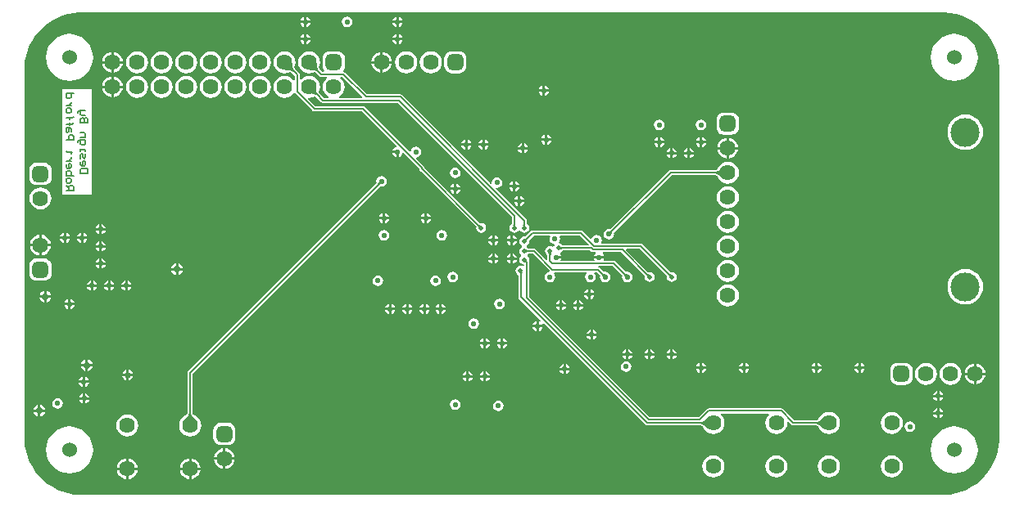
<source format=gbl>
G04*
G04 #@! TF.GenerationSoftware,Altium Limited,Altium Designer,21.3.2 (30)*
G04*
G04 Layer_Physical_Order=4*
G04 Layer_Color=16711680*
%FSLAX25Y25*%
%MOIN*%
G70*
G04*
G04 #@! TF.SameCoordinates,41522B4C-5660-4B3E-BEA4-8D9A01AACCA4*
G04*
G04*
G04 #@! TF.FilePolarity,Positive*
G04*
G01*
G75*
%ADD15C,0.00500*%
%ADD63C,0.02800*%
%ADD81C,0.00800*%
%ADD85C,0.06378*%
G04:AMPARAMS|DCode=86|XSize=63.78mil|YSize=63.78mil|CornerRadius=15.95mil|HoleSize=0mil|Usage=FLASHONLY|Rotation=180.000|XOffset=0mil|YOffset=0mil|HoleType=Round|Shape=RoundedRectangle|*
%AMROUNDEDRECTD86*
21,1,0.06378,0.03189,0,0,180.0*
21,1,0.03189,0.06378,0,0,180.0*
1,1,0.03189,-0.01595,0.01595*
1,1,0.03189,0.01595,0.01595*
1,1,0.03189,0.01595,-0.01595*
1,1,0.03189,-0.01595,-0.01595*
%
%ADD86ROUNDEDRECTD86*%
%ADD87C,0.11811*%
G04:AMPARAMS|DCode=88|XSize=63.78mil|YSize=63.78mil|CornerRadius=15.95mil|HoleSize=0mil|Usage=FLASHONLY|Rotation=270.000|XOffset=0mil|YOffset=0mil|HoleType=Round|Shape=RoundedRectangle|*
%AMROUNDEDRECTD88*
21,1,0.06378,0.03189,0,0,270.0*
21,1,0.03189,0.06378,0,0,270.0*
1,1,0.03189,-0.01595,-0.01595*
1,1,0.03189,-0.01595,0.01595*
1,1,0.03189,0.01595,0.01595*
1,1,0.03189,0.01595,-0.01595*
%
%ADD88ROUNDEDRECTD88*%
%ADD89C,0.06000*%
%ADD90C,0.02200*%
%ADD91C,0.02400*%
%ADD92C,0.02000*%
G36*
X378433Y198144D02*
X380685Y197696D01*
X382882Y197029D01*
X385003Y196151D01*
X387028Y195068D01*
X388937Y193793D01*
X390712Y192336D01*
X392336Y190712D01*
X393793Y188937D01*
X395068Y187028D01*
X396150Y185003D01*
X397029Y182882D01*
X397696Y180685D01*
X398144Y178433D01*
X398369Y176148D01*
Y175000D01*
Y25000D01*
Y23852D01*
X398144Y21567D01*
X397696Y19315D01*
X397029Y17118D01*
X396150Y14997D01*
X395068Y12972D01*
X393793Y11062D01*
X392336Y9288D01*
X390712Y7664D01*
X388937Y6208D01*
X387028Y4932D01*
X385003Y3850D01*
X382882Y2971D01*
X380685Y2304D01*
X378433Y1856D01*
X376148Y1631D01*
X23852D01*
X21567Y1856D01*
X19315Y2304D01*
X17118Y2971D01*
X14997Y3850D01*
X12972Y4932D01*
X11062Y6207D01*
X9288Y7664D01*
X7664Y9288D01*
X6208Y11062D01*
X4932Y12972D01*
X3850Y14997D01*
X2971Y17118D01*
X2304Y19315D01*
X1856Y21567D01*
X1631Y23852D01*
Y25000D01*
X1631Y175000D01*
Y176148D01*
X1856Y178433D01*
X2304Y180685D01*
X2971Y182882D01*
X3849Y185003D01*
X4932Y187028D01*
X6207Y188937D01*
X7664Y190712D01*
X9288Y192336D01*
X11062Y193793D01*
X12972Y195068D01*
X14997Y196151D01*
X17118Y197029D01*
X19315Y197696D01*
X21567Y198144D01*
X23852Y198369D01*
X376148D01*
X378433Y198144D01*
D02*
G37*
%LPC*%
G36*
X154000Y196542D02*
Y195000D01*
X155542D01*
X155478Y195319D01*
X155014Y196014D01*
X154319Y196478D01*
X154000Y196542D01*
D02*
G37*
G36*
X153000D02*
X152681Y196478D01*
X151986Y196014D01*
X151522Y195319D01*
X151458Y195000D01*
X153000D01*
Y196542D01*
D02*
G37*
G36*
X116500D02*
Y195000D01*
X118042D01*
X117978Y195319D01*
X117514Y196014D01*
X116819Y196478D01*
X116500Y196542D01*
D02*
G37*
G36*
X115500D02*
X115181Y196478D01*
X114486Y196014D01*
X114022Y195319D01*
X113958Y195000D01*
X115500D01*
Y196542D01*
D02*
G37*
G36*
X155542Y194000D02*
X154000D01*
Y192458D01*
X154319Y192522D01*
X155014Y192986D01*
X155478Y193681D01*
X155542Y194000D01*
D02*
G37*
G36*
X153000D02*
X151458D01*
X151522Y193681D01*
X151986Y192986D01*
X152681Y192522D01*
X153000Y192458D01*
Y194000D01*
D02*
G37*
G36*
X118042D02*
X116500D01*
Y192458D01*
X116819Y192522D01*
X117514Y192986D01*
X117978Y193681D01*
X118042Y194000D01*
D02*
G37*
G36*
X115500D02*
X113958D01*
X114022Y193681D01*
X114486Y192986D01*
X115181Y192522D01*
X115500Y192458D01*
Y194000D01*
D02*
G37*
G36*
X133000Y196641D02*
X132181Y196478D01*
X131486Y196014D01*
X131022Y195319D01*
X130859Y194500D01*
X131022Y193681D01*
X131486Y192986D01*
X132181Y192522D01*
X133000Y192359D01*
X133819Y192522D01*
X134514Y192986D01*
X134978Y193681D01*
X135141Y194500D01*
X134978Y195319D01*
X134514Y196014D01*
X133819Y196478D01*
X133000Y196641D01*
D02*
G37*
G36*
X154000Y189542D02*
Y188000D01*
X155542D01*
X155478Y188319D01*
X155014Y189014D01*
X154319Y189478D01*
X154000Y189542D01*
D02*
G37*
G36*
X153000D02*
X152681Y189478D01*
X151986Y189014D01*
X151522Y188319D01*
X151458Y188000D01*
X153000D01*
Y189542D01*
D02*
G37*
G36*
X116500D02*
Y188000D01*
X118042D01*
X117978Y188319D01*
X117514Y189014D01*
X116819Y189478D01*
X116500Y189542D01*
D02*
G37*
G36*
X115500D02*
X115181Y189478D01*
X114486Y189014D01*
X114022Y188319D01*
X113958Y188000D01*
X115500D01*
Y189542D01*
D02*
G37*
G36*
X155542Y187000D02*
X154000D01*
Y185458D01*
X154319Y185522D01*
X155014Y185986D01*
X155478Y186681D01*
X155542Y187000D01*
D02*
G37*
G36*
X153000D02*
X151458D01*
X151522Y186681D01*
X151986Y185986D01*
X152681Y185522D01*
X153000Y185458D01*
Y187000D01*
D02*
G37*
G36*
X118042D02*
X116500D01*
Y185458D01*
X116819Y185522D01*
X117514Y185986D01*
X117978Y186681D01*
X118042Y187000D01*
D02*
G37*
G36*
X115500D02*
X113958D01*
X114022Y186681D01*
X114486Y185986D01*
X115181Y185522D01*
X115500Y185458D01*
Y187000D01*
D02*
G37*
G36*
X147500Y182159D02*
Y178500D01*
X151159D01*
X151081Y179094D01*
X150659Y180113D01*
X149988Y180988D01*
X149113Y181659D01*
X148093Y182081D01*
X147500Y182159D01*
D02*
G37*
G36*
X38000D02*
Y178500D01*
X41659D01*
X41581Y179094D01*
X41159Y180113D01*
X40488Y180988D01*
X39613Y181659D01*
X38594Y182081D01*
X38000Y182159D01*
D02*
G37*
G36*
X146500D02*
X145906Y182081D01*
X144887Y181659D01*
X144012Y180988D01*
X143341Y180113D01*
X142919Y179094D01*
X142841Y178500D01*
X146500D01*
Y182159D01*
D02*
G37*
G36*
X37000D02*
X36406Y182081D01*
X35387Y181659D01*
X34512Y180988D01*
X33841Y180113D01*
X33419Y179094D01*
X33341Y178500D01*
X37000D01*
Y182159D01*
D02*
G37*
G36*
X151159Y177500D02*
X147500D01*
Y173841D01*
X148093Y173919D01*
X149113Y174341D01*
X149988Y175012D01*
X150659Y175887D01*
X151081Y176907D01*
X151159Y177500D01*
D02*
G37*
G36*
X41659D02*
X38000D01*
Y173841D01*
X38594Y173919D01*
X39613Y174341D01*
X40488Y175012D01*
X41159Y175887D01*
X41581Y176907D01*
X41659Y177500D01*
D02*
G37*
G36*
X146500D02*
X142841D01*
X142919Y176907D01*
X143341Y175887D01*
X144012Y175012D01*
X144887Y174341D01*
X145906Y173919D01*
X146500Y173841D01*
Y177500D01*
D02*
G37*
G36*
X37000D02*
X33341D01*
X33419Y176907D01*
X33841Y175887D01*
X34512Y175012D01*
X35387Y174341D01*
X36406Y173919D01*
X37000Y173841D01*
Y177500D01*
D02*
G37*
G36*
X178595Y182514D02*
X175406D01*
X174650Y182414D01*
X173946Y182123D01*
X173341Y181659D01*
X172877Y181054D01*
X172585Y180350D01*
X172486Y179595D01*
Y176406D01*
X172585Y175650D01*
X172877Y174946D01*
X173341Y174341D01*
X173946Y173877D01*
X174650Y173585D01*
X175406Y173486D01*
X178595D01*
X179350Y173585D01*
X180054Y173877D01*
X180659Y174341D01*
X181123Y174946D01*
X181414Y175650D01*
X181514Y176406D01*
Y179595D01*
X181414Y180350D01*
X181123Y181054D01*
X180659Y181659D01*
X180054Y182123D01*
X179350Y182414D01*
X178595Y182514D01*
D02*
G37*
G36*
X167000Y182528D02*
X165828Y182373D01*
X164736Y181921D01*
X163798Y181202D01*
X163079Y180264D01*
X162627Y179172D01*
X162472Y178000D01*
X162627Y176828D01*
X163079Y175736D01*
X163798Y174798D01*
X164736Y174079D01*
X165828Y173627D01*
X167000Y173472D01*
X168172Y173627D01*
X169264Y174079D01*
X170202Y174798D01*
X170921Y175736D01*
X171373Y176828D01*
X171528Y178000D01*
X171373Y179172D01*
X170921Y180264D01*
X170202Y181202D01*
X169264Y181921D01*
X168172Y182373D01*
X167000Y182528D01*
D02*
G37*
G36*
X157000D02*
X155828Y182373D01*
X154736Y181921D01*
X153798Y181202D01*
X153079Y180264D01*
X152627Y179172D01*
X152472Y178000D01*
X152627Y176828D01*
X153079Y175736D01*
X153798Y174798D01*
X154736Y174079D01*
X155828Y173627D01*
X157000Y173472D01*
X158172Y173627D01*
X159264Y174079D01*
X160202Y174798D01*
X160921Y175736D01*
X161373Y176828D01*
X161528Y178000D01*
X161373Y179172D01*
X160921Y180264D01*
X160202Y181202D01*
X159264Y181921D01*
X158172Y182373D01*
X157000Y182528D01*
D02*
G37*
G36*
X97500D02*
X96328Y182373D01*
X95236Y181921D01*
X94298Y181202D01*
X93579Y180264D01*
X93127Y179172D01*
X92972Y178000D01*
X93127Y176828D01*
X93579Y175736D01*
X94298Y174798D01*
X95236Y174079D01*
X96328Y173627D01*
X97500Y173472D01*
X98672Y173627D01*
X99764Y174079D01*
X100702Y174798D01*
X101421Y175736D01*
X101873Y176828D01*
X102028Y178000D01*
X101873Y179172D01*
X101421Y180264D01*
X100702Y181202D01*
X99764Y181921D01*
X98672Y182373D01*
X97500Y182528D01*
D02*
G37*
G36*
X87500D02*
X86328Y182373D01*
X85236Y181921D01*
X84298Y181202D01*
X83579Y180264D01*
X83127Y179172D01*
X82972Y178000D01*
X83127Y176828D01*
X83579Y175736D01*
X84298Y174798D01*
X85236Y174079D01*
X86328Y173627D01*
X87500Y173472D01*
X88672Y173627D01*
X89764Y174079D01*
X90702Y174798D01*
X91421Y175736D01*
X91873Y176828D01*
X92028Y178000D01*
X91873Y179172D01*
X91421Y180264D01*
X90702Y181202D01*
X89764Y181921D01*
X88672Y182373D01*
X87500Y182528D01*
D02*
G37*
G36*
X77500D02*
X76328Y182373D01*
X75236Y181921D01*
X74298Y181202D01*
X73579Y180264D01*
X73127Y179172D01*
X72972Y178000D01*
X73127Y176828D01*
X73579Y175736D01*
X74298Y174798D01*
X75236Y174079D01*
X76328Y173627D01*
X77500Y173472D01*
X78672Y173627D01*
X79764Y174079D01*
X80702Y174798D01*
X81421Y175736D01*
X81873Y176828D01*
X82028Y178000D01*
X81873Y179172D01*
X81421Y180264D01*
X80702Y181202D01*
X79764Y181921D01*
X78672Y182373D01*
X77500Y182528D01*
D02*
G37*
G36*
X67500D02*
X66328Y182373D01*
X65236Y181921D01*
X64298Y181202D01*
X63579Y180264D01*
X63127Y179172D01*
X62972Y178000D01*
X63127Y176828D01*
X63579Y175736D01*
X64298Y174798D01*
X65236Y174079D01*
X66328Y173627D01*
X67500Y173472D01*
X68672Y173627D01*
X69764Y174079D01*
X70702Y174798D01*
X71421Y175736D01*
X71873Y176828D01*
X72028Y178000D01*
X71873Y179172D01*
X71421Y180264D01*
X70702Y181202D01*
X69764Y181921D01*
X68672Y182373D01*
X67500Y182528D01*
D02*
G37*
G36*
X57500D02*
X56328Y182373D01*
X55236Y181921D01*
X54298Y181202D01*
X53579Y180264D01*
X53127Y179172D01*
X52972Y178000D01*
X53127Y176828D01*
X53579Y175736D01*
X54298Y174798D01*
X55236Y174079D01*
X56328Y173627D01*
X57500Y173472D01*
X58672Y173627D01*
X59764Y174079D01*
X60702Y174798D01*
X61421Y175736D01*
X61873Y176828D01*
X62028Y178000D01*
X61873Y179172D01*
X61421Y180264D01*
X60702Y181202D01*
X59764Y181921D01*
X58672Y182373D01*
X57500Y182528D01*
D02*
G37*
G36*
X47500D02*
X46328Y182373D01*
X45236Y181921D01*
X44298Y181202D01*
X43579Y180264D01*
X43127Y179172D01*
X42972Y178000D01*
X43127Y176828D01*
X43579Y175736D01*
X44298Y174798D01*
X45236Y174079D01*
X46328Y173627D01*
X47500Y173472D01*
X48672Y173627D01*
X49764Y174079D01*
X50702Y174798D01*
X51421Y175736D01*
X51873Y176828D01*
X52028Y178000D01*
X51873Y179172D01*
X51421Y180264D01*
X50702Y181202D01*
X49764Y181921D01*
X48672Y182373D01*
X47500Y182528D01*
D02*
G37*
G36*
X380000Y189596D02*
X378128Y189412D01*
X376328Y188866D01*
X374669Y187979D01*
X373214Y186785D01*
X372021Y185331D01*
X371134Y183672D01*
X370588Y181872D01*
X370404Y180000D01*
X370588Y178128D01*
X371134Y176328D01*
X372021Y174669D01*
X373214Y173214D01*
X374669Y172021D01*
X376328Y171134D01*
X378128Y170588D01*
X380000Y170404D01*
X381872Y170588D01*
X383672Y171134D01*
X385331Y172021D01*
X386786Y173214D01*
X387979Y174669D01*
X388866Y176328D01*
X389412Y178128D01*
X389596Y180000D01*
X389412Y181872D01*
X388866Y183672D01*
X387979Y185331D01*
X386786Y186785D01*
X385331Y187979D01*
X383672Y188866D01*
X381872Y189412D01*
X380000Y189596D01*
D02*
G37*
G36*
X20000D02*
X18128Y189412D01*
X16328Y188866D01*
X14669Y187979D01*
X13214Y186785D01*
X12021Y185331D01*
X11134Y183672D01*
X10588Y181872D01*
X10404Y180000D01*
X10588Y178128D01*
X11134Y176328D01*
X12021Y174669D01*
X13214Y173214D01*
X14669Y172021D01*
X16328Y171134D01*
X18128Y170588D01*
X20000Y170404D01*
X21872Y170588D01*
X23672Y171134D01*
X25331Y172021D01*
X26786Y173214D01*
X27979Y174669D01*
X28866Y176328D01*
X29412Y178128D01*
X29596Y180000D01*
X29412Y181872D01*
X28866Y183672D01*
X27979Y185331D01*
X26786Y186785D01*
X25331Y187979D01*
X23672Y188866D01*
X21872Y189412D01*
X20000Y189596D01*
D02*
G37*
G36*
X38000Y172159D02*
Y168500D01*
X41659D01*
X41581Y169094D01*
X41159Y170113D01*
X40488Y170988D01*
X39613Y171659D01*
X38594Y172081D01*
X38000Y172159D01*
D02*
G37*
G36*
X37000D02*
X36406Y172081D01*
X35387Y171659D01*
X34512Y170988D01*
X33841Y170113D01*
X33419Y169094D01*
X33341Y168500D01*
X37000D01*
Y172159D01*
D02*
G37*
G36*
X213500Y168542D02*
Y167000D01*
X215042D01*
X214978Y167319D01*
X214514Y168014D01*
X213819Y168478D01*
X213500Y168542D01*
D02*
G37*
G36*
X212500D02*
X212181Y168478D01*
X211486Y168014D01*
X211022Y167319D01*
X210958Y167000D01*
X212500D01*
Y168542D01*
D02*
G37*
G36*
X215042Y166000D02*
X213500D01*
Y164458D01*
X213819Y164522D01*
X214514Y164986D01*
X214978Y165681D01*
X215042Y166000D01*
D02*
G37*
G36*
X212500D02*
X210958D01*
X211022Y165681D01*
X211486Y164986D01*
X212181Y164522D01*
X212500Y164458D01*
Y166000D01*
D02*
G37*
G36*
X41659Y167500D02*
X38000D01*
Y163841D01*
X38594Y163919D01*
X39613Y164341D01*
X40488Y165012D01*
X41159Y165887D01*
X41581Y166906D01*
X41659Y167500D01*
D02*
G37*
G36*
X37000D02*
X33341D01*
X33419Y166906D01*
X33841Y165887D01*
X34512Y165012D01*
X35387Y164341D01*
X36406Y163919D01*
X37000Y163841D01*
Y167500D01*
D02*
G37*
G36*
X117500Y182528D02*
X116328Y182373D01*
X115236Y181921D01*
X114298Y181202D01*
X113579Y180264D01*
X113127Y179172D01*
X112972Y178000D01*
X113127Y176828D01*
X113579Y175736D01*
X114298Y174798D01*
X115236Y174079D01*
X116328Y173627D01*
X117500Y173472D01*
X118672Y173627D01*
X119572Y173999D01*
X119762Y173953D01*
X119978Y173881D01*
X120147Y173805D01*
X120267Y173732D01*
X120390Y173629D01*
X120446Y173612D01*
X121668Y172390D01*
X121999Y172169D01*
X122389Y172091D01*
X124637D01*
X124806Y171591D01*
X124298Y171202D01*
X123579Y170264D01*
X123127Y169172D01*
X122972Y168000D01*
X123127Y166828D01*
X123579Y165736D01*
X124298Y164798D01*
X125236Y164079D01*
X125379Y164020D01*
X125280Y163520D01*
X123422D01*
X121398Y165544D01*
X121375Y165608D01*
X121347Y165639D01*
X121421Y165736D01*
X121873Y166828D01*
X122028Y168000D01*
X121873Y169172D01*
X121421Y170264D01*
X120702Y171202D01*
X119764Y171921D01*
X118672Y172373D01*
X117500Y172528D01*
X116328Y172373D01*
X115236Y171921D01*
X114298Y171202D01*
X114104Y170948D01*
X113631Y171109D01*
Y172889D01*
X113553Y173279D01*
X113332Y173610D01*
X111888Y175054D01*
X111871Y175110D01*
X111768Y175233D01*
X111695Y175353D01*
X111619Y175522D01*
X111547Y175738D01*
X111501Y175928D01*
X111873Y176828D01*
X112028Y178000D01*
X111873Y179172D01*
X111421Y180264D01*
X110702Y181202D01*
X109764Y181921D01*
X108672Y182373D01*
X107500Y182528D01*
X106328Y182373D01*
X105236Y181921D01*
X104298Y181202D01*
X103579Y180264D01*
X103127Y179172D01*
X102972Y178000D01*
X103127Y176828D01*
X103579Y175736D01*
X104298Y174798D01*
X105236Y174079D01*
X106328Y173627D01*
X107500Y173472D01*
X108672Y173627D01*
X109572Y173999D01*
X109762Y173953D01*
X109978Y173881D01*
X110147Y173805D01*
X110267Y173732D01*
X110390Y173629D01*
X110446Y173612D01*
X111591Y172467D01*
Y170863D01*
X111091Y170694D01*
X110702Y171202D01*
X109764Y171921D01*
X108672Y172373D01*
X107500Y172528D01*
X106328Y172373D01*
X105236Y171921D01*
X104298Y171202D01*
X103579Y170264D01*
X103127Y169172D01*
X102972Y168000D01*
X103127Y166828D01*
X103579Y165736D01*
X104298Y164798D01*
X105236Y164079D01*
X106328Y163627D01*
X107500Y163472D01*
X108672Y163627D01*
X109764Y164079D01*
X110702Y164798D01*
X111203Y165451D01*
X111263Y165469D01*
X111793Y165399D01*
X111890Y165254D01*
X118865Y158279D01*
X119196Y158058D01*
X119586Y157980D01*
X139113D01*
X153085Y144008D01*
X152940Y143530D01*
X152681Y143478D01*
X151986Y143014D01*
X151522Y142319D01*
X151458Y142000D01*
X153500D01*
Y141500D01*
X154000D01*
Y139458D01*
X154319Y139522D01*
X155014Y139986D01*
X155478Y140681D01*
X155530Y140940D01*
X156008Y141085D01*
X162383Y134710D01*
Y134597D01*
X162461Y134207D01*
X162682Y133876D01*
X185560Y110998D01*
X185461Y110500D01*
X185616Y109720D01*
X186058Y109058D01*
X186720Y108616D01*
X187500Y108461D01*
X188280Y108616D01*
X188942Y109058D01*
X189384Y109720D01*
X189539Y110500D01*
X189384Y111280D01*
X188942Y111942D01*
X188280Y112384D01*
X187500Y112539D01*
X187002Y112440D01*
X164423Y135019D01*
Y135133D01*
X164345Y135523D01*
X164124Y135854D01*
X161107Y138870D01*
X161272Y139413D01*
X161819Y139522D01*
X162514Y139986D01*
X162978Y140681D01*
X163141Y141500D01*
X162978Y142319D01*
X162514Y143014D01*
X161819Y143478D01*
X161000Y143641D01*
X160181Y143478D01*
X159486Y143014D01*
X159022Y142319D01*
X158913Y141772D01*
X158370Y141607D01*
X140257Y159721D01*
X139926Y159942D01*
X139535Y160020D01*
X120008D01*
X116962Y163066D01*
X117183Y163514D01*
X117500Y163472D01*
X118672Y163627D01*
X119764Y164079D01*
X119861Y164153D01*
X119892Y164125D01*
X119956Y164102D01*
X122279Y161779D01*
X122610Y161558D01*
X123000Y161480D01*
X153578D01*
X199980Y115078D01*
Y112224D01*
X199558Y111942D01*
X199116Y111280D01*
X198961Y110500D01*
X199116Y109720D01*
X199558Y109058D01*
X200220Y108616D01*
X201000Y108461D01*
X201780Y108616D01*
X202442Y109058D01*
X202700Y109444D01*
X203300D01*
X203558Y109058D01*
X204220Y108616D01*
X205000Y108461D01*
X205780Y108616D01*
X206442Y109058D01*
X206884Y109720D01*
X207039Y110500D01*
X206884Y111280D01*
X206442Y111942D01*
X206020Y112224D01*
Y113500D01*
X205942Y113890D01*
X205721Y114221D01*
X193492Y126450D01*
X193738Y126911D01*
X194000Y126859D01*
X194819Y127022D01*
X195514Y127486D01*
X195978Y128181D01*
X196141Y129000D01*
X195978Y129819D01*
X195514Y130514D01*
X194819Y130978D01*
X194000Y131141D01*
X193181Y130978D01*
X192486Y130514D01*
X192022Y129819D01*
X191859Y129000D01*
X191911Y128738D01*
X191450Y128492D01*
X155321Y164621D01*
X154990Y164842D01*
X154600Y164920D01*
X141022D01*
X132110Y173832D01*
X131779Y174053D01*
X131596Y174089D01*
X131383Y174534D01*
X131381Y174631D01*
X131623Y174946D01*
X131914Y175650D01*
X132014Y176406D01*
Y179595D01*
X131914Y180350D01*
X131623Y181054D01*
X131159Y181659D01*
X130554Y182123D01*
X129850Y182414D01*
X129095Y182514D01*
X125906D01*
X125150Y182414D01*
X124446Y182123D01*
X123841Y181659D01*
X123377Y181054D01*
X123085Y180350D01*
X122986Y179595D01*
Y176406D01*
X123085Y175650D01*
X123377Y174946D01*
X123619Y174631D01*
X123372Y174131D01*
X122811D01*
X121888Y175054D01*
X121871Y175110D01*
X121768Y175233D01*
X121695Y175353D01*
X121619Y175522D01*
X121547Y175738D01*
X121501Y175928D01*
X121873Y176828D01*
X122028Y178000D01*
X121873Y179172D01*
X121421Y180264D01*
X120702Y181202D01*
X119764Y181921D01*
X118672Y182373D01*
X117500Y182528D01*
D02*
G37*
G36*
X97500Y172528D02*
X96328Y172373D01*
X95236Y171921D01*
X94298Y171202D01*
X93579Y170264D01*
X93127Y169172D01*
X92972Y168000D01*
X93127Y166828D01*
X93579Y165736D01*
X94298Y164798D01*
X95236Y164079D01*
X96328Y163627D01*
X97500Y163472D01*
X98672Y163627D01*
X99764Y164079D01*
X100702Y164798D01*
X101421Y165736D01*
X101873Y166828D01*
X102028Y168000D01*
X101873Y169172D01*
X101421Y170264D01*
X100702Y171202D01*
X99764Y171921D01*
X98672Y172373D01*
X97500Y172528D01*
D02*
G37*
G36*
X87500D02*
X86328Y172373D01*
X85236Y171921D01*
X84298Y171202D01*
X83579Y170264D01*
X83127Y169172D01*
X82972Y168000D01*
X83127Y166828D01*
X83579Y165736D01*
X84298Y164798D01*
X85236Y164079D01*
X86328Y163627D01*
X87500Y163472D01*
X88672Y163627D01*
X89764Y164079D01*
X90702Y164798D01*
X91421Y165736D01*
X91873Y166828D01*
X92028Y168000D01*
X91873Y169172D01*
X91421Y170264D01*
X90702Y171202D01*
X89764Y171921D01*
X88672Y172373D01*
X87500Y172528D01*
D02*
G37*
G36*
X77500D02*
X76328Y172373D01*
X75236Y171921D01*
X74298Y171202D01*
X73579Y170264D01*
X73127Y169172D01*
X72972Y168000D01*
X73127Y166828D01*
X73579Y165736D01*
X74298Y164798D01*
X75236Y164079D01*
X76328Y163627D01*
X77500Y163472D01*
X78672Y163627D01*
X79764Y164079D01*
X80702Y164798D01*
X81421Y165736D01*
X81873Y166828D01*
X82028Y168000D01*
X81873Y169172D01*
X81421Y170264D01*
X80702Y171202D01*
X79764Y171921D01*
X78672Y172373D01*
X77500Y172528D01*
D02*
G37*
G36*
X67500D02*
X66328Y172373D01*
X65236Y171921D01*
X64298Y171202D01*
X63579Y170264D01*
X63127Y169172D01*
X62972Y168000D01*
X63127Y166828D01*
X63579Y165736D01*
X64298Y164798D01*
X65236Y164079D01*
X66328Y163627D01*
X67500Y163472D01*
X68672Y163627D01*
X69764Y164079D01*
X70702Y164798D01*
X71421Y165736D01*
X71873Y166828D01*
X72028Y168000D01*
X71873Y169172D01*
X71421Y170264D01*
X70702Y171202D01*
X69764Y171921D01*
X68672Y172373D01*
X67500Y172528D01*
D02*
G37*
G36*
X57500D02*
X56328Y172373D01*
X55236Y171921D01*
X54298Y171202D01*
X53579Y170264D01*
X53127Y169172D01*
X52972Y168000D01*
X53127Y166828D01*
X53579Y165736D01*
X54298Y164798D01*
X55236Y164079D01*
X56328Y163627D01*
X57500Y163472D01*
X58672Y163627D01*
X59764Y164079D01*
X60702Y164798D01*
X61421Y165736D01*
X61873Y166828D01*
X62028Y168000D01*
X61873Y169172D01*
X61421Y170264D01*
X60702Y171202D01*
X59764Y171921D01*
X58672Y172373D01*
X57500Y172528D01*
D02*
G37*
G36*
X47500D02*
X46328Y172373D01*
X45236Y171921D01*
X44298Y171202D01*
X43579Y170264D01*
X43127Y169172D01*
X42972Y168000D01*
X43127Y166828D01*
X43579Y165736D01*
X44298Y164798D01*
X45236Y164079D01*
X46328Y163627D01*
X47500Y163472D01*
X48672Y163627D01*
X49764Y164079D01*
X50702Y164798D01*
X51421Y165736D01*
X51873Y166828D01*
X52028Y168000D01*
X51873Y169172D01*
X51421Y170264D01*
X50702Y171202D01*
X49764Y171921D01*
X48672Y172373D01*
X47500Y172528D01*
D02*
G37*
G36*
X277000Y154641D02*
X276181Y154478D01*
X275486Y154014D01*
X275022Y153319D01*
X274859Y152500D01*
X275022Y151681D01*
X275486Y150986D01*
X276181Y150522D01*
X277000Y150359D01*
X277819Y150522D01*
X278514Y150986D01*
X278978Y151681D01*
X279141Y152500D01*
X278978Y153319D01*
X278514Y154014D01*
X277819Y154478D01*
X277000Y154641D01*
D02*
G37*
G36*
X260000D02*
X259181Y154478D01*
X258486Y154014D01*
X258022Y153319D01*
X257859Y152500D01*
X258022Y151681D01*
X258486Y150986D01*
X259181Y150522D01*
X260000Y150359D01*
X260819Y150522D01*
X261514Y150986D01*
X261978Y151681D01*
X262141Y152500D01*
X261978Y153319D01*
X261514Y154014D01*
X260819Y154478D01*
X260000Y154641D01*
D02*
G37*
G36*
X289441Y157510D02*
X286252D01*
X285496Y157411D01*
X284792Y157119D01*
X284188Y156655D01*
X283724Y156050D01*
X283432Y155346D01*
X283332Y154591D01*
Y151402D01*
X283432Y150646D01*
X283724Y149942D01*
X284188Y149337D01*
X284792Y148873D01*
X285496Y148582D01*
X286252Y148482D01*
X289441D01*
X290197Y148582D01*
X290901Y148873D01*
X291505Y149337D01*
X291969Y149942D01*
X292261Y150646D01*
X292360Y151402D01*
Y154591D01*
X292261Y155346D01*
X291969Y156050D01*
X291505Y156655D01*
X290901Y157119D01*
X290197Y157411D01*
X289441Y157510D01*
D02*
G37*
G36*
X214500Y148542D02*
Y147000D01*
X216042D01*
X215978Y147319D01*
X215514Y148014D01*
X214819Y148478D01*
X214500Y148542D01*
D02*
G37*
G36*
X213500D02*
X213181Y148478D01*
X212486Y148014D01*
X212022Y147319D01*
X211958Y147000D01*
X213500D01*
Y148542D01*
D02*
G37*
G36*
X277500Y147542D02*
Y146000D01*
X279042D01*
X278978Y146319D01*
X278514Y147014D01*
X277819Y147478D01*
X277500Y147542D01*
D02*
G37*
G36*
X276500D02*
X276181Y147478D01*
X275486Y147014D01*
X275022Y146319D01*
X274958Y146000D01*
X276500D01*
Y147542D01*
D02*
G37*
G36*
X260500D02*
Y146000D01*
X262042D01*
X261978Y146319D01*
X261514Y147014D01*
X260819Y147478D01*
X260500Y147542D01*
D02*
G37*
G36*
X259500D02*
X259181Y147478D01*
X258486Y147014D01*
X258022Y146319D01*
X257958Y146000D01*
X259500D01*
Y147542D01*
D02*
G37*
G36*
X189000Y146542D02*
Y145000D01*
X190542D01*
X190478Y145319D01*
X190014Y146014D01*
X189319Y146478D01*
X189000Y146542D01*
D02*
G37*
G36*
X188000D02*
X187681Y146478D01*
X186986Y146014D01*
X186522Y145319D01*
X186458Y145000D01*
X188000D01*
Y146542D01*
D02*
G37*
G36*
X182000D02*
Y145000D01*
X183542D01*
X183478Y145319D01*
X183014Y146014D01*
X182319Y146478D01*
X182000Y146542D01*
D02*
G37*
G36*
X181000D02*
X180681Y146478D01*
X179986Y146014D01*
X179522Y145319D01*
X179458Y145000D01*
X181000D01*
Y146542D01*
D02*
G37*
G36*
X216042Y146000D02*
X214500D01*
Y144458D01*
X214819Y144522D01*
X215514Y144986D01*
X215978Y145681D01*
X216042Y146000D01*
D02*
G37*
G36*
X213500D02*
X211958D01*
X212022Y145681D01*
X212486Y144986D01*
X213181Y144522D01*
X213500Y144458D01*
Y146000D01*
D02*
G37*
G36*
X205000Y145042D02*
Y143500D01*
X206542D01*
X206478Y143819D01*
X206014Y144514D01*
X205319Y144978D01*
X205000Y145042D01*
D02*
G37*
G36*
X204000D02*
X203681Y144978D01*
X202986Y144514D01*
X202522Y143819D01*
X202458Y143500D01*
X204000D01*
Y145042D01*
D02*
G37*
G36*
X288347Y147155D02*
Y143496D01*
X292006D01*
X291928Y144090D01*
X291506Y145109D01*
X290834Y145984D01*
X289959Y146655D01*
X288940Y147077D01*
X288347Y147155D01*
D02*
G37*
G36*
X287347Y147155D02*
X286753Y147077D01*
X285734Y146655D01*
X284859Y145984D01*
X284187Y145109D01*
X283765Y144090D01*
X283687Y143496D01*
X287347D01*
Y147155D01*
D02*
G37*
G36*
X279042Y145000D02*
X277500D01*
Y143458D01*
X277819Y143522D01*
X278514Y143986D01*
X278978Y144681D01*
X279042Y145000D01*
D02*
G37*
G36*
X276500D02*
X274958D01*
X275022Y144681D01*
X275486Y143986D01*
X276181Y143522D01*
X276500Y143458D01*
Y145000D01*
D02*
G37*
G36*
X262042D02*
X260500D01*
Y143458D01*
X260819Y143522D01*
X261514Y143986D01*
X261978Y144681D01*
X262042Y145000D01*
D02*
G37*
G36*
X259500D02*
X257958D01*
X258022Y144681D01*
X258486Y143986D01*
X259181Y143522D01*
X259500Y143458D01*
Y145000D01*
D02*
G37*
G36*
X190542Y144000D02*
X189000D01*
Y142458D01*
X189319Y142522D01*
X190014Y142986D01*
X190478Y143681D01*
X190542Y144000D01*
D02*
G37*
G36*
X188000D02*
X186458D01*
X186522Y143681D01*
X186986Y142986D01*
X187681Y142522D01*
X188000Y142458D01*
Y144000D01*
D02*
G37*
G36*
X183542D02*
X182000D01*
Y142458D01*
X182319Y142522D01*
X183014Y142986D01*
X183478Y143681D01*
X183542Y144000D01*
D02*
G37*
G36*
X181000D02*
X179458D01*
X179522Y143681D01*
X179986Y142986D01*
X180681Y142522D01*
X181000Y142458D01*
Y144000D01*
D02*
G37*
G36*
X384500Y156732D02*
X383087Y156593D01*
X381729Y156181D01*
X380477Y155512D01*
X379380Y154612D01*
X378480Y153515D01*
X377811Y152263D01*
X377399Y150905D01*
X377260Y149492D01*
X377399Y148080D01*
X377811Y146721D01*
X378480Y145470D01*
X379380Y144372D01*
X380477Y143472D01*
X381729Y142803D01*
X383087Y142391D01*
X384500Y142252D01*
X385912Y142391D01*
X387271Y142803D01*
X388523Y143472D01*
X389620Y144372D01*
X390520Y145470D01*
X391189Y146721D01*
X391601Y148080D01*
X391740Y149492D01*
X391601Y150905D01*
X391189Y152263D01*
X390520Y153515D01*
X389620Y154612D01*
X388523Y155512D01*
X387271Y156181D01*
X385912Y156593D01*
X384500Y156732D01*
D02*
G37*
G36*
X272500Y143042D02*
Y141500D01*
X274042D01*
X273978Y141819D01*
X273514Y142514D01*
X272819Y142978D01*
X272500Y143042D01*
D02*
G37*
G36*
X271500D02*
X271181Y142978D01*
X270486Y142514D01*
X270022Y141819D01*
X269958Y141500D01*
X271500D01*
Y143042D01*
D02*
G37*
G36*
X265500D02*
Y141500D01*
X267042D01*
X266978Y141819D01*
X266514Y142514D01*
X265819Y142978D01*
X265500Y143042D01*
D02*
G37*
G36*
X264500D02*
X264181Y142978D01*
X263486Y142514D01*
X263022Y141819D01*
X262958Y141500D01*
X264500D01*
Y143042D01*
D02*
G37*
G36*
X206542Y142500D02*
X205000D01*
Y140958D01*
X205319Y141022D01*
X206014Y141486D01*
X206478Y142181D01*
X206542Y142500D01*
D02*
G37*
G36*
X204000D02*
X202458D01*
X202522Y142181D01*
X202986Y141486D01*
X203681Y141022D01*
X204000Y140958D01*
Y142500D01*
D02*
G37*
G36*
X153000Y141000D02*
X151458D01*
X151522Y140681D01*
X151986Y139986D01*
X152681Y139522D01*
X153000Y139458D01*
Y141000D01*
D02*
G37*
G36*
X274042Y140500D02*
X272500D01*
Y138958D01*
X272819Y139022D01*
X273514Y139486D01*
X273978Y140181D01*
X274042Y140500D01*
D02*
G37*
G36*
X271500D02*
X269958D01*
X270022Y140181D01*
X270486Y139486D01*
X271181Y139022D01*
X271500Y138958D01*
Y140500D01*
D02*
G37*
G36*
X267042D02*
X265500D01*
Y138958D01*
X265819Y139022D01*
X266514Y139486D01*
X266978Y140181D01*
X267042Y140500D01*
D02*
G37*
G36*
X264500D02*
X262958D01*
X263022Y140181D01*
X263486Y139486D01*
X264181Y139022D01*
X264500Y138958D01*
Y140500D01*
D02*
G37*
G36*
X292006Y142496D02*
X288347D01*
Y138837D01*
X288940Y138915D01*
X289959Y139337D01*
X290834Y140008D01*
X291506Y140884D01*
X291928Y141902D01*
X292006Y142496D01*
D02*
G37*
G36*
X287347D02*
X283687D01*
X283765Y141902D01*
X284187Y140884D01*
X284859Y140008D01*
X285734Y139337D01*
X286753Y138915D01*
X287347Y138837D01*
Y142496D01*
D02*
G37*
G36*
X177000Y135141D02*
X176181Y134978D01*
X175486Y134514D01*
X175022Y133819D01*
X174859Y133000D01*
X175022Y132181D01*
X175486Y131486D01*
X176181Y131022D01*
X177000Y130859D01*
X177819Y131022D01*
X178514Y131486D01*
X178978Y132181D01*
X179141Y133000D01*
X178978Y133819D01*
X178514Y134514D01*
X177819Y134978D01*
X177000Y135141D01*
D02*
G37*
G36*
X287846Y137524D02*
X286675Y137370D01*
X285583Y136917D01*
X284645Y136198D01*
X283925Y135260D01*
X283553Y134360D01*
X283385Y134258D01*
X283181Y134156D01*
X283009Y134091D01*
X282872Y134057D01*
X282713Y134043D01*
X282660Y134016D01*
X264547D01*
X264157Y133938D01*
X263826Y133717D01*
X240083Y109974D01*
X239500Y110090D01*
X238681Y109927D01*
X237986Y109463D01*
X237522Y108768D01*
X237359Y107949D01*
X237522Y107129D01*
X237986Y106435D01*
X238681Y105971D01*
X239500Y105808D01*
X240319Y105971D01*
X241014Y106435D01*
X241478Y107129D01*
X241641Y107949D01*
X241525Y108532D01*
X264970Y131976D01*
X282660D01*
X282713Y131949D01*
X282872Y131935D01*
X283009Y131902D01*
X283181Y131836D01*
X283385Y131734D01*
X283553Y131632D01*
X283925Y130732D01*
X284645Y129795D01*
X285583Y129075D01*
X286675Y128623D01*
X287846Y128468D01*
X289018Y128623D01*
X290110Y129075D01*
X291048Y129795D01*
X291768Y130732D01*
X292220Y131824D01*
X292374Y132996D01*
X292220Y134168D01*
X291768Y135260D01*
X291048Y136198D01*
X290110Y136917D01*
X289018Y137370D01*
X287846Y137524D01*
D02*
G37*
G36*
X201500Y129542D02*
Y128000D01*
X203042D01*
X202978Y128319D01*
X202514Y129014D01*
X201819Y129478D01*
X201500Y129542D01*
D02*
G37*
G36*
X200500D02*
X200181Y129478D01*
X199486Y129014D01*
X199022Y128319D01*
X198958Y128000D01*
X200500D01*
Y129542D01*
D02*
G37*
G36*
X9745Y137014D02*
X6555D01*
X5800Y136915D01*
X5096Y136623D01*
X4491Y136159D01*
X4027Y135554D01*
X3735Y134850D01*
X3636Y134095D01*
Y130905D01*
X3735Y130150D01*
X4027Y129446D01*
X4491Y128841D01*
X5096Y128377D01*
X5800Y128085D01*
X6555Y127986D01*
X9745D01*
X10500Y128085D01*
X11204Y128377D01*
X11809Y128841D01*
X12273Y129446D01*
X12564Y130150D01*
X12664Y130905D01*
Y134095D01*
X12564Y134850D01*
X12273Y135554D01*
X11809Y136159D01*
X11204Y136623D01*
X10500Y136915D01*
X9745Y137014D01*
D02*
G37*
G36*
X147000Y131641D02*
X146181Y131478D01*
X145486Y131014D01*
X145022Y130319D01*
X144859Y129500D01*
X144975Y128917D01*
X68279Y52221D01*
X68058Y51890D01*
X67980Y51500D01*
Y35174D01*
X67953Y35122D01*
X67939Y34966D01*
X67906Y34829D01*
X67840Y34655D01*
X67739Y34446D01*
X67624Y34251D01*
X66827Y33921D01*
X65889Y33202D01*
X65169Y32264D01*
X64717Y31172D01*
X64563Y30000D01*
X64717Y28828D01*
X65169Y27736D01*
X65889Y26798D01*
X66827Y26079D01*
X67919Y25627D01*
X69090Y25472D01*
X70262Y25627D01*
X71354Y26079D01*
X72292Y26798D01*
X73012Y27736D01*
X73464Y28828D01*
X73618Y30000D01*
X73464Y31172D01*
X73012Y32264D01*
X72292Y33202D01*
X71354Y33921D01*
X70348Y34338D01*
X70263Y34475D01*
X70161Y34674D01*
X70095Y34844D01*
X70061Y34981D01*
X70047Y35144D01*
X70020Y35197D01*
Y51078D01*
X146417Y127475D01*
X147000Y127359D01*
X147819Y127522D01*
X148514Y127986D01*
X148978Y128681D01*
X149141Y129500D01*
X148978Y130319D01*
X148514Y131014D01*
X147819Y131478D01*
X147000Y131641D01*
D02*
G37*
G36*
X177500Y128542D02*
Y127000D01*
X179042D01*
X178978Y127319D01*
X178514Y128014D01*
X177819Y128478D01*
X177500Y128542D01*
D02*
G37*
G36*
X176500D02*
X176181Y128478D01*
X175486Y128014D01*
X175022Y127319D01*
X174958Y127000D01*
X176500D01*
Y128542D01*
D02*
G37*
G36*
X203042Y127000D02*
X201500D01*
Y125458D01*
X201819Y125522D01*
X202514Y125986D01*
X202978Y126681D01*
X203042Y127000D01*
D02*
G37*
G36*
X200500D02*
X198958D01*
X199022Y126681D01*
X199486Y125986D01*
X200181Y125522D01*
X200500Y125458D01*
Y127000D01*
D02*
G37*
G36*
X179042Y126000D02*
X177500D01*
Y124458D01*
X177819Y124522D01*
X178514Y124986D01*
X178978Y125681D01*
X179042Y126000D01*
D02*
G37*
G36*
X176500D02*
X174958D01*
X175022Y125681D01*
X175486Y124986D01*
X176181Y124522D01*
X176500Y124458D01*
Y126000D01*
D02*
G37*
G36*
X29100Y167100D02*
X16900D01*
Y123900D01*
X29100D01*
Y167100D01*
D02*
G37*
G36*
X203500Y123542D02*
Y122000D01*
X205042D01*
X204978Y122319D01*
X204514Y123014D01*
X203819Y123478D01*
X203500Y123542D01*
D02*
G37*
G36*
X202500D02*
X202181Y123478D01*
X201486Y123014D01*
X201022Y122319D01*
X200958Y122000D01*
X202500D01*
Y123542D01*
D02*
G37*
G36*
X205042Y121000D02*
X203500D01*
Y119458D01*
X203819Y119522D01*
X204514Y119986D01*
X204978Y120681D01*
X205042Y121000D01*
D02*
G37*
G36*
X202500D02*
X200958D01*
X201022Y120681D01*
X201486Y119986D01*
X202181Y119522D01*
X202500Y119458D01*
Y121000D01*
D02*
G37*
G36*
X287846Y127524D02*
X286675Y127369D01*
X285583Y126917D01*
X284645Y126198D01*
X283925Y125260D01*
X283473Y124168D01*
X283319Y122996D01*
X283473Y121824D01*
X283925Y120732D01*
X284645Y119794D01*
X285583Y119075D01*
X286675Y118623D01*
X287846Y118468D01*
X289018Y118623D01*
X290110Y119075D01*
X291048Y119794D01*
X291768Y120732D01*
X292220Y121824D01*
X292374Y122996D01*
X292220Y124168D01*
X291768Y125260D01*
X291048Y126198D01*
X290110Y126917D01*
X289018Y127369D01*
X287846Y127524D01*
D02*
G37*
G36*
X8150Y127028D02*
X6978Y126873D01*
X5886Y126421D01*
X4948Y125702D01*
X4229Y124764D01*
X3777Y123672D01*
X3622Y122500D01*
X3777Y121328D01*
X4229Y120236D01*
X4948Y119298D01*
X5886Y118579D01*
X6978Y118127D01*
X8150Y117972D01*
X9322Y118127D01*
X10414Y118579D01*
X11352Y119298D01*
X12071Y120236D01*
X12523Y121328D01*
X12678Y122500D01*
X12523Y123672D01*
X12071Y124764D01*
X11352Y125702D01*
X10414Y126421D01*
X9322Y126873D01*
X8150Y127028D01*
D02*
G37*
G36*
X165500Y116542D02*
Y115000D01*
X167042D01*
X166978Y115319D01*
X166514Y116014D01*
X165819Y116478D01*
X165500Y116542D01*
D02*
G37*
G36*
X164500D02*
X164181Y116478D01*
X163486Y116014D01*
X163022Y115319D01*
X162958Y115000D01*
X164500D01*
Y116542D01*
D02*
G37*
G36*
X148500D02*
Y115000D01*
X150042D01*
X149978Y115319D01*
X149514Y116014D01*
X148819Y116478D01*
X148500Y116542D01*
D02*
G37*
G36*
X147500D02*
X147181Y116478D01*
X146486Y116014D01*
X146022Y115319D01*
X145958Y115000D01*
X147500D01*
Y116542D01*
D02*
G37*
G36*
X167042Y114000D02*
X165500D01*
Y112458D01*
X165819Y112522D01*
X166514Y112986D01*
X166978Y113681D01*
X167042Y114000D01*
D02*
G37*
G36*
X164500D02*
X162958D01*
X163022Y113681D01*
X163486Y112986D01*
X164181Y112522D01*
X164500Y112458D01*
Y114000D01*
D02*
G37*
G36*
X150042D02*
X148500D01*
Y112458D01*
X148819Y112522D01*
X149514Y112986D01*
X149978Y113681D01*
X150042Y114000D01*
D02*
G37*
G36*
X147500D02*
X145958D01*
X146022Y113681D01*
X146486Y112986D01*
X147181Y112522D01*
X147500Y112458D01*
Y114000D01*
D02*
G37*
G36*
X33150Y112042D02*
Y110500D01*
X34692D01*
X34628Y110819D01*
X34164Y111514D01*
X33469Y111978D01*
X33150Y112042D01*
D02*
G37*
G36*
X32150D02*
X31831Y111978D01*
X31136Y111514D01*
X30672Y110819D01*
X30608Y110500D01*
X32150D01*
Y112042D01*
D02*
G37*
G36*
X287846Y117524D02*
X286675Y117369D01*
X285583Y116917D01*
X284645Y116198D01*
X283925Y115260D01*
X283473Y114168D01*
X283319Y112996D01*
X283473Y111824D01*
X283925Y110732D01*
X284645Y109794D01*
X285583Y109075D01*
X286675Y108623D01*
X287846Y108468D01*
X289018Y108623D01*
X290110Y109075D01*
X291048Y109794D01*
X291768Y110732D01*
X292220Y111824D01*
X292374Y112996D01*
X292220Y114168D01*
X291768Y115260D01*
X291048Y116198D01*
X290110Y116917D01*
X289018Y117369D01*
X287846Y117524D01*
D02*
G37*
G36*
X34692Y109500D02*
X33150D01*
Y107958D01*
X33469Y108022D01*
X34164Y108486D01*
X34628Y109181D01*
X34692Y109500D01*
D02*
G37*
G36*
X32150D02*
X30608D01*
X30672Y109181D01*
X31136Y108486D01*
X31831Y108022D01*
X32150Y107958D01*
Y109500D01*
D02*
G37*
G36*
X25650Y108542D02*
Y107000D01*
X27192D01*
X27128Y107319D01*
X26664Y108014D01*
X25969Y108478D01*
X25650Y108542D01*
D02*
G37*
G36*
X24650D02*
X24331Y108478D01*
X23636Y108014D01*
X23172Y107319D01*
X23108Y107000D01*
X24650D01*
Y108542D01*
D02*
G37*
G36*
X18650D02*
Y107000D01*
X20192D01*
X20128Y107319D01*
X19664Y108014D01*
X18969Y108478D01*
X18650Y108542D01*
D02*
G37*
G36*
X17650D02*
X17331Y108478D01*
X16636Y108014D01*
X16172Y107319D01*
X16108Y107000D01*
X17650D01*
Y108542D01*
D02*
G37*
G36*
X227964Y109520D02*
X208500D01*
X208110Y109442D01*
X207779Y109221D01*
X205498Y106940D01*
X205000Y107039D01*
X204220Y106884D01*
X203558Y106442D01*
X203116Y105780D01*
X202961Y105000D01*
X203116Y104220D01*
X203558Y103558D01*
X203944Y103300D01*
Y102700D01*
X203558Y102442D01*
X203116Y101780D01*
X202961Y101000D01*
X203116Y100220D01*
X203558Y99558D01*
X203645Y99500D01*
Y99000D01*
X203558Y98942D01*
X203116Y98280D01*
X202961Y97500D01*
X203116Y96720D01*
X203558Y96058D01*
X204220Y95616D01*
X204923Y95476D01*
X204909Y94980D01*
X204480Y94750D01*
X204280Y94884D01*
X203500Y95039D01*
X202720Y94884D01*
X202058Y94442D01*
X201616Y93780D01*
X201461Y93000D01*
X201616Y92220D01*
X202058Y91558D01*
X202720Y91116D01*
X202748Y91110D01*
Y82232D01*
X202826Y81842D01*
X203047Y81511D01*
X211799Y72759D01*
X211480Y72370D01*
X211319Y72478D01*
X211000Y72542D01*
Y71000D01*
X212542D01*
X212478Y71319D01*
X212370Y71480D01*
X212759Y71799D01*
X254279Y30279D01*
X254610Y30058D01*
X255000Y29980D01*
X276814D01*
X276866Y29953D01*
X277025Y29939D01*
X277162Y29906D01*
X277335Y29840D01*
X277538Y29738D01*
X277706Y29636D01*
X278079Y28736D01*
X278798Y27798D01*
X279736Y27079D01*
X280828Y26627D01*
X282000Y26472D01*
X283172Y26627D01*
X284264Y27079D01*
X285202Y27798D01*
X285921Y28736D01*
X286373Y29828D01*
X286528Y31000D01*
X286373Y32172D01*
X285921Y33264D01*
X285202Y34202D01*
X284948Y34396D01*
X285109Y34869D01*
X304482D01*
X304642Y34396D01*
X304389Y34202D01*
X303669Y33264D01*
X303217Y32172D01*
X303063Y31000D01*
X303217Y29828D01*
X303669Y28736D01*
X304389Y27798D01*
X305327Y27079D01*
X306419Y26627D01*
X307591Y26472D01*
X308762Y26627D01*
X309854Y27079D01*
X310792Y27798D01*
X311512Y28736D01*
X311964Y29828D01*
X312118Y31000D01*
X312077Y31317D01*
X312525Y31538D01*
X313784Y30279D01*
X314114Y30058D01*
X314505Y29980D01*
X323814D01*
X323866Y29953D01*
X324025Y29939D01*
X324162Y29906D01*
X324335Y29840D01*
X324538Y29738D01*
X324706Y29636D01*
X325079Y28736D01*
X325798Y27798D01*
X326736Y27079D01*
X327828Y26627D01*
X329000Y26472D01*
X330172Y26627D01*
X331264Y27079D01*
X332202Y27798D01*
X332921Y28736D01*
X333373Y29828D01*
X333528Y31000D01*
X333373Y32172D01*
X332921Y33264D01*
X332202Y34202D01*
X331264Y34921D01*
X330172Y35373D01*
X329000Y35528D01*
X327828Y35373D01*
X326736Y34921D01*
X325798Y34202D01*
X325079Y33264D01*
X324706Y32364D01*
X324538Y32262D01*
X324335Y32160D01*
X324162Y32094D01*
X324025Y32061D01*
X323866Y32047D01*
X323814Y32020D01*
X314927D01*
X310337Y36610D01*
X310006Y36831D01*
X309616Y36909D01*
X279975D01*
X279585Y36831D01*
X279254Y36610D01*
X276064Y33420D01*
X256022D01*
X207020Y82422D01*
Y96500D01*
X206942Y96890D01*
X206923Y96918D01*
X207039Y97500D01*
X206884Y98280D01*
X206442Y98942D01*
X206355Y99000D01*
Y99500D01*
X206442Y99558D01*
X206724Y99980D01*
X208578D01*
X215433Y93126D01*
X215258Y92593D01*
X214681Y92478D01*
X213986Y92014D01*
X213522Y91319D01*
X213359Y90500D01*
X213522Y89681D01*
X213986Y88986D01*
X214681Y88522D01*
X215500Y88359D01*
X216319Y88522D01*
X217014Y88986D01*
X217478Y89681D01*
X217641Y90500D01*
X217478Y91319D01*
X217037Y91980D01*
X217075Y92156D01*
X217216Y92480D01*
X230284D01*
X230425Y92156D01*
X230464Y91980D01*
X230022Y91319D01*
X229859Y90500D01*
X230022Y89681D01*
X230486Y88986D01*
X231181Y88522D01*
X232000Y88359D01*
X232819Y88522D01*
X233514Y88986D01*
X233978Y89681D01*
X234141Y90500D01*
X233978Y91319D01*
X233537Y91980D01*
X233575Y92156D01*
X233716Y92480D01*
X234578D01*
X235975Y91083D01*
X235859Y90500D01*
X236022Y89681D01*
X236486Y88986D01*
X237181Y88522D01*
X238000Y88359D01*
X238819Y88522D01*
X239514Y88986D01*
X239978Y89681D01*
X240141Y90500D01*
X239978Y91319D01*
X239514Y92014D01*
X238819Y92478D01*
X238000Y92641D01*
X237417Y92525D01*
X235721Y94221D01*
X235390Y94442D01*
X235197Y94480D01*
X235246Y94980D01*
X241078D01*
X244975Y91083D01*
X244859Y90500D01*
X245022Y89681D01*
X245486Y88986D01*
X246181Y88522D01*
X247000Y88359D01*
X247819Y88522D01*
X248514Y88986D01*
X248978Y89681D01*
X249141Y90500D01*
X248978Y91319D01*
X248514Y92014D01*
X247819Y92478D01*
X247000Y92641D01*
X246417Y92525D01*
X242221Y96721D01*
X241890Y96942D01*
X241500Y97020D01*
X237567D01*
X237331Y97461D01*
X237478Y97681D01*
X237542Y98000D01*
X233458D01*
X233522Y97681D01*
X233669Y97461D01*
X233433Y97020D01*
X220067D01*
X219831Y97461D01*
X219978Y97681D01*
X220042Y98000D01*
X218000D01*
Y99000D01*
X220042D01*
X219978Y99319D01*
X219651Y99809D01*
X219674Y99994D01*
X219787Y100362D01*
X219814Y100397D01*
X220378Y100774D01*
X220694Y101246D01*
X231797D01*
X232164Y100879D01*
X232494Y100658D01*
X232885Y100580D01*
X233934D01*
X234085Y100080D01*
X233986Y100014D01*
X233522Y99319D01*
X233458Y99000D01*
X237542D01*
X237478Y99319D01*
X237014Y100014D01*
X236915Y100080D01*
X237066Y100580D01*
X244478D01*
X254060Y90998D01*
X253961Y90500D01*
X254116Y89720D01*
X254558Y89058D01*
X255220Y88616D01*
X256000Y88461D01*
X256780Y88616D01*
X257442Y89058D01*
X257884Y89720D01*
X258039Y90500D01*
X257884Y91280D01*
X257442Y91942D01*
X256780Y92384D01*
X256000Y92539D01*
X255502Y92440D01*
X246424Y101518D01*
X246615Y101980D01*
X252078D01*
X263060Y90998D01*
X262961Y90500D01*
X263116Y89720D01*
X263558Y89058D01*
X264220Y88616D01*
X265000Y88461D01*
X265780Y88616D01*
X266442Y89058D01*
X266884Y89720D01*
X267039Y90500D01*
X266884Y91280D01*
X266442Y91942D01*
X265780Y92384D01*
X265000Y92539D01*
X264502Y92440D01*
X253221Y103721D01*
X252890Y103942D01*
X252500Y104020D01*
X236567D01*
X236331Y104461D01*
X236478Y104681D01*
X236641Y105500D01*
X236478Y106319D01*
X236014Y107014D01*
X235319Y107478D01*
X234500Y107641D01*
X233681Y107478D01*
X232986Y107014D01*
X232522Y106319D01*
X232470Y106060D01*
X231992Y105915D01*
X228685Y109221D01*
X228355Y109442D01*
X227964Y109520D01*
D02*
G37*
G36*
X200500Y107542D02*
Y106000D01*
X202042D01*
X201978Y106319D01*
X201514Y107014D01*
X200819Y107478D01*
X200500Y107542D01*
D02*
G37*
G36*
X199500D02*
X199181Y107478D01*
X198486Y107014D01*
X198022Y106319D01*
X197958Y106000D01*
X199500D01*
Y107542D01*
D02*
G37*
G36*
X193000D02*
Y106000D01*
X194542D01*
X194478Y106319D01*
X194014Y107014D01*
X193319Y107478D01*
X193000Y107542D01*
D02*
G37*
G36*
X192000D02*
X191681Y107478D01*
X190986Y107014D01*
X190522Y106319D01*
X190458Y106000D01*
X192000D01*
Y107542D01*
D02*
G37*
G36*
X171500Y109641D02*
X170681Y109478D01*
X169986Y109014D01*
X169522Y108319D01*
X169359Y107500D01*
X169522Y106681D01*
X169986Y105986D01*
X170681Y105522D01*
X171500Y105359D01*
X172319Y105522D01*
X173014Y105986D01*
X173478Y106681D01*
X173641Y107500D01*
X173478Y108319D01*
X173014Y109014D01*
X172319Y109478D01*
X171500Y109641D01*
D02*
G37*
G36*
X148000D02*
X147181Y109478D01*
X146486Y109014D01*
X146022Y108319D01*
X145859Y107500D01*
X146022Y106681D01*
X146486Y105986D01*
X147181Y105522D01*
X148000Y105359D01*
X148819Y105522D01*
X149514Y105986D01*
X149978Y106681D01*
X150141Y107500D01*
X149978Y108319D01*
X149514Y109014D01*
X148819Y109478D01*
X148000Y109641D01*
D02*
G37*
G36*
X27192Y106000D02*
X25650D01*
Y104458D01*
X25969Y104522D01*
X26664Y104986D01*
X27128Y105681D01*
X27192Y106000D01*
D02*
G37*
G36*
X24650D02*
X23108D01*
X23172Y105681D01*
X23636Y104986D01*
X24331Y104522D01*
X24650Y104458D01*
Y106000D01*
D02*
G37*
G36*
X20192D02*
X18650D01*
Y104458D01*
X18969Y104522D01*
X19664Y104986D01*
X20128Y105681D01*
X20192Y106000D01*
D02*
G37*
G36*
X17650D02*
X16108D01*
X16172Y105681D01*
X16636Y104986D01*
X17331Y104522D01*
X17650Y104458D01*
Y106000D01*
D02*
G37*
G36*
X8650Y107659D02*
Y104000D01*
X12309D01*
X12231Y104594D01*
X11809Y105613D01*
X11138Y106488D01*
X10263Y107159D01*
X9244Y107581D01*
X8650Y107659D01*
D02*
G37*
G36*
X7650D02*
X7057Y107581D01*
X6037Y107159D01*
X5162Y106488D01*
X4491Y105613D01*
X4069Y104594D01*
X3991Y104000D01*
X7650D01*
Y107659D01*
D02*
G37*
G36*
X33150Y105042D02*
Y103500D01*
X34692D01*
X34628Y103819D01*
X34164Y104514D01*
X33469Y104978D01*
X33150Y105042D01*
D02*
G37*
G36*
X32150D02*
X31831Y104978D01*
X31136Y104514D01*
X30672Y103819D01*
X30608Y103500D01*
X32150D01*
Y105042D01*
D02*
G37*
G36*
X202042Y105000D02*
X200500D01*
Y103458D01*
X200819Y103522D01*
X201514Y103986D01*
X201978Y104681D01*
X202042Y105000D01*
D02*
G37*
G36*
X199500D02*
X197958D01*
X198022Y104681D01*
X198486Y103986D01*
X199181Y103522D01*
X199500Y103458D01*
Y105000D01*
D02*
G37*
G36*
X194542D02*
X193000D01*
Y103458D01*
X193319Y103522D01*
X194014Y103986D01*
X194478Y104681D01*
X194542Y105000D01*
D02*
G37*
G36*
X192000D02*
X190458D01*
X190522Y104681D01*
X190986Y103986D01*
X191681Y103522D01*
X192000Y103458D01*
Y105000D01*
D02*
G37*
G36*
X34692Y102500D02*
X33150D01*
Y100958D01*
X33469Y101022D01*
X34164Y101486D01*
X34628Y102181D01*
X34692Y102500D01*
D02*
G37*
G36*
X32150D02*
X30608D01*
X30672Y102181D01*
X31136Y101486D01*
X31831Y101022D01*
X32150Y100958D01*
Y102500D01*
D02*
G37*
G36*
X12309Y103000D02*
X8650D01*
Y99341D01*
X9244Y99419D01*
X10263Y99841D01*
X11138Y100512D01*
X11809Y101387D01*
X12231Y102407D01*
X12309Y103000D01*
D02*
G37*
G36*
X7650D02*
X3991D01*
X4069Y102407D01*
X4491Y101387D01*
X5162Y100512D01*
X6037Y99841D01*
X7057Y99419D01*
X7650Y99341D01*
Y103000D01*
D02*
G37*
G36*
X200500Y100042D02*
Y98500D01*
X202042D01*
X201978Y98819D01*
X201514Y99514D01*
X200819Y99978D01*
X200500Y100042D01*
D02*
G37*
G36*
X199500D02*
X199181Y99978D01*
X198486Y99514D01*
X198022Y98819D01*
X197958Y98500D01*
X199500D01*
Y100042D01*
D02*
G37*
G36*
X193000D02*
Y98500D01*
X194542D01*
X194478Y98819D01*
X194014Y99514D01*
X193319Y99978D01*
X193000Y100042D01*
D02*
G37*
G36*
X192000D02*
X191681Y99978D01*
X190986Y99514D01*
X190522Y98819D01*
X190458Y98500D01*
X192000D01*
Y100042D01*
D02*
G37*
G36*
X287846Y107524D02*
X286675Y107369D01*
X285583Y106917D01*
X284645Y106198D01*
X283925Y105260D01*
X283473Y104168D01*
X283319Y102996D01*
X283473Y101824D01*
X283925Y100732D01*
X284645Y99795D01*
X285583Y99075D01*
X286675Y98623D01*
X287846Y98468D01*
X289018Y98623D01*
X290110Y99075D01*
X291048Y99795D01*
X291768Y100732D01*
X292220Y101824D01*
X292374Y102996D01*
X292220Y104168D01*
X291768Y105260D01*
X291048Y106198D01*
X290110Y106917D01*
X289018Y107369D01*
X287846Y107524D01*
D02*
G37*
G36*
X33150Y98042D02*
Y96500D01*
X34692D01*
X34628Y96819D01*
X34164Y97514D01*
X33469Y97978D01*
X33150Y98042D01*
D02*
G37*
G36*
X32150D02*
X31831Y97978D01*
X31136Y97514D01*
X30672Y96819D01*
X30608Y96500D01*
X32150D01*
Y98042D01*
D02*
G37*
G36*
X202042Y97500D02*
X200500D01*
Y95958D01*
X200819Y96022D01*
X201514Y96486D01*
X201978Y97181D01*
X202042Y97500D01*
D02*
G37*
G36*
X199500D02*
X197958D01*
X198022Y97181D01*
X198486Y96486D01*
X199181Y96022D01*
X199500Y95958D01*
Y97500D01*
D02*
G37*
G36*
X194542D02*
X193000D01*
Y95958D01*
X193319Y96022D01*
X194014Y96486D01*
X194478Y97181D01*
X194542Y97500D01*
D02*
G37*
G36*
X192000D02*
X190458D01*
X190522Y97181D01*
X190986Y96486D01*
X191681Y96022D01*
X192000Y95958D01*
Y97500D01*
D02*
G37*
G36*
X64229Y95977D02*
Y94130D01*
X66076D01*
X65990Y94566D01*
X65459Y95360D01*
X64665Y95890D01*
X64229Y95977D01*
D02*
G37*
G36*
X63229D02*
X62792Y95890D01*
X61999Y95360D01*
X61468Y94566D01*
X61381Y94130D01*
X63229D01*
Y95977D01*
D02*
G37*
G36*
X34692Y95500D02*
X33150D01*
Y93958D01*
X33469Y94022D01*
X34164Y94486D01*
X34628Y95181D01*
X34692Y95500D01*
D02*
G37*
G36*
X32150D02*
X30608D01*
X30672Y95181D01*
X31136Y94486D01*
X31831Y94022D01*
X32150Y93958D01*
Y95500D01*
D02*
G37*
G36*
X66076Y93129D02*
X64229D01*
Y91282D01*
X64665Y91369D01*
X65459Y91899D01*
X65990Y92693D01*
X66076Y93129D01*
D02*
G37*
G36*
X63229D02*
X61381D01*
X61468Y92693D01*
X61999Y91899D01*
X62792Y91369D01*
X63229Y91282D01*
Y93129D01*
D02*
G37*
G36*
X9745Y98014D02*
X6555D01*
X5800Y97914D01*
X5096Y97623D01*
X4491Y97159D01*
X4027Y96554D01*
X3735Y95850D01*
X3636Y95095D01*
Y91905D01*
X3735Y91150D01*
X4027Y90446D01*
X4491Y89841D01*
X5096Y89377D01*
X5800Y89086D01*
X6555Y88986D01*
X9745D01*
X10500Y89086D01*
X11204Y89377D01*
X11809Y89841D01*
X12273Y90446D01*
X12564Y91150D01*
X12664Y91905D01*
Y95095D01*
X12564Y95850D01*
X12273Y96554D01*
X11809Y97159D01*
X11204Y97623D01*
X10500Y97914D01*
X9745Y98014D01*
D02*
G37*
G36*
X287846Y97524D02*
X286675Y97369D01*
X285583Y96917D01*
X284645Y96198D01*
X283925Y95260D01*
X283473Y94168D01*
X283319Y92996D01*
X283473Y91824D01*
X283925Y90732D01*
X284645Y89794D01*
X285583Y89075D01*
X286675Y88623D01*
X287846Y88468D01*
X289018Y88623D01*
X290110Y89075D01*
X291048Y89794D01*
X291768Y90732D01*
X292220Y91824D01*
X292374Y92996D01*
X292220Y94168D01*
X291768Y95260D01*
X291048Y96198D01*
X290110Y96917D01*
X289018Y97369D01*
X287846Y97524D01*
D02*
G37*
G36*
X176000Y92641D02*
X175181Y92478D01*
X174486Y92014D01*
X174022Y91319D01*
X173859Y90500D01*
X174022Y89681D01*
X174486Y88986D01*
X175181Y88522D01*
X176000Y88359D01*
X176819Y88522D01*
X177514Y88986D01*
X177978Y89681D01*
X178141Y90500D01*
X177978Y91319D01*
X177514Y92014D01*
X176819Y92478D01*
X176000Y92641D01*
D02*
G37*
G36*
X43650Y89042D02*
Y87500D01*
X45192D01*
X45128Y87819D01*
X44664Y88514D01*
X43969Y88978D01*
X43650Y89042D01*
D02*
G37*
G36*
X42650D02*
X42331Y88978D01*
X41636Y88514D01*
X41172Y87819D01*
X41108Y87500D01*
X42650D01*
Y89042D01*
D02*
G37*
G36*
X36650D02*
Y87500D01*
X38192D01*
X38128Y87819D01*
X37664Y88514D01*
X36969Y88978D01*
X36650Y89042D01*
D02*
G37*
G36*
X35650D02*
X35331Y88978D01*
X34636Y88514D01*
X34172Y87819D01*
X34108Y87500D01*
X35650D01*
Y89042D01*
D02*
G37*
G36*
X29650D02*
Y87500D01*
X31192D01*
X31128Y87819D01*
X30664Y88514D01*
X29969Y88978D01*
X29650Y89042D01*
D02*
G37*
G36*
X28650D02*
X28331Y88978D01*
X27636Y88514D01*
X27172Y87819D01*
X27108Y87500D01*
X28650D01*
Y89042D01*
D02*
G37*
G36*
X169000Y91141D02*
X168181Y90978D01*
X167486Y90514D01*
X167022Y89819D01*
X166859Y89000D01*
X167022Y88181D01*
X167486Y87486D01*
X168181Y87022D01*
X169000Y86859D01*
X169819Y87022D01*
X170514Y87486D01*
X170978Y88181D01*
X171141Y89000D01*
X170978Y89819D01*
X170514Y90514D01*
X169819Y90978D01*
X169000Y91141D01*
D02*
G37*
G36*
X145500D02*
X144681Y90978D01*
X143986Y90514D01*
X143522Y89819D01*
X143359Y89000D01*
X143522Y88181D01*
X143986Y87486D01*
X144681Y87022D01*
X145500Y86859D01*
X146319Y87022D01*
X147014Y87486D01*
X147478Y88181D01*
X147641Y89000D01*
X147478Y89819D01*
X147014Y90514D01*
X146319Y90978D01*
X145500Y91141D01*
D02*
G37*
G36*
X45192Y86500D02*
X43650D01*
Y84958D01*
X43969Y85022D01*
X44664Y85486D01*
X45128Y86181D01*
X45192Y86500D01*
D02*
G37*
G36*
X42650D02*
X41108D01*
X41172Y86181D01*
X41636Y85486D01*
X42331Y85022D01*
X42650Y84958D01*
Y86500D01*
D02*
G37*
G36*
X38192D02*
X36650D01*
Y84958D01*
X36969Y85022D01*
X37664Y85486D01*
X38128Y86181D01*
X38192Y86500D01*
D02*
G37*
G36*
X35650D02*
X34108D01*
X34172Y86181D01*
X34636Y85486D01*
X35331Y85022D01*
X35650Y84958D01*
Y86500D01*
D02*
G37*
G36*
X31192D02*
X29650D01*
Y84958D01*
X29969Y85022D01*
X30664Y85486D01*
X31128Y86181D01*
X31192Y86500D01*
D02*
G37*
G36*
X28650D02*
X27108D01*
X27172Y86181D01*
X27636Y85486D01*
X28331Y85022D01*
X28650Y84958D01*
Y86500D01*
D02*
G37*
G36*
X232000Y85542D02*
Y84000D01*
X233542D01*
X233478Y84319D01*
X233014Y85014D01*
X232319Y85478D01*
X232000Y85542D01*
D02*
G37*
G36*
X231000D02*
X230681Y85478D01*
X229986Y85014D01*
X229522Y84319D01*
X229458Y84000D01*
X231000D01*
Y85542D01*
D02*
G37*
G36*
X10650Y84848D02*
Y83000D01*
X12498D01*
X12411Y83436D01*
X11880Y84230D01*
X11086Y84761D01*
X10650Y84848D01*
D02*
G37*
G36*
X9650D02*
X9214Y84761D01*
X8420Y84230D01*
X7889Y83436D01*
X7802Y83000D01*
X9650D01*
Y84848D01*
D02*
G37*
G36*
X233542Y83000D02*
X232000D01*
Y81458D01*
X232319Y81522D01*
X233014Y81986D01*
X233478Y82681D01*
X233542Y83000D01*
D02*
G37*
G36*
X231000D02*
X229458D01*
X229522Y82681D01*
X229986Y81986D01*
X230681Y81522D01*
X231000Y81458D01*
Y83000D01*
D02*
G37*
G36*
X12498Y82000D02*
X10650D01*
Y80152D01*
X11086Y80239D01*
X11880Y80770D01*
X12411Y81564D01*
X12498Y82000D01*
D02*
G37*
G36*
X9650D02*
X7802D01*
X7889Y81564D01*
X8420Y80770D01*
X9214Y80239D01*
X9650Y80152D01*
Y82000D01*
D02*
G37*
G36*
X20500Y81542D02*
Y80000D01*
X22042D01*
X21978Y80319D01*
X21514Y81014D01*
X20819Y81478D01*
X20500Y81542D01*
D02*
G37*
G36*
X19500D02*
X19181Y81478D01*
X18486Y81014D01*
X18022Y80319D01*
X17958Y80000D01*
X19500D01*
Y81542D01*
D02*
G37*
G36*
X227500Y81042D02*
Y79500D01*
X229042D01*
X228978Y79819D01*
X228514Y80514D01*
X227819Y80978D01*
X227500Y81042D01*
D02*
G37*
G36*
X226500D02*
X226181Y80978D01*
X225486Y80514D01*
X225022Y79819D01*
X224958Y79500D01*
X226500D01*
Y81042D01*
D02*
G37*
G36*
X220500D02*
Y79500D01*
X222042D01*
X221978Y79819D01*
X221514Y80514D01*
X220819Y80978D01*
X220500Y81042D01*
D02*
G37*
G36*
X219500D02*
X219181Y80978D01*
X218486Y80514D01*
X218022Y79819D01*
X217958Y79500D01*
X219500D01*
Y81042D01*
D02*
G37*
G36*
X384500Y93740D02*
X383087Y93601D01*
X381729Y93189D01*
X380477Y92520D01*
X379380Y91620D01*
X378480Y90522D01*
X377811Y89271D01*
X377399Y87912D01*
X377260Y86500D01*
X377399Y85088D01*
X377811Y83729D01*
X378480Y82477D01*
X379380Y81380D01*
X380477Y80480D01*
X381729Y79811D01*
X383087Y79399D01*
X384500Y79260D01*
X385912Y79399D01*
X387271Y79811D01*
X388523Y80480D01*
X389620Y81380D01*
X390520Y82477D01*
X391189Y83729D01*
X391601Y85088D01*
X391740Y86500D01*
X391601Y87912D01*
X391189Y89271D01*
X390520Y90522D01*
X389620Y91620D01*
X388523Y92520D01*
X387271Y93189D01*
X385912Y93601D01*
X384500Y93740D01*
D02*
G37*
G36*
X287846Y87524D02*
X286675Y87370D01*
X285583Y86917D01*
X284645Y86198D01*
X283925Y85260D01*
X283473Y84168D01*
X283319Y82996D01*
X283473Y81824D01*
X283925Y80732D01*
X284645Y79795D01*
X285583Y79075D01*
X286675Y78623D01*
X287846Y78468D01*
X289018Y78623D01*
X290110Y79075D01*
X291048Y79795D01*
X291768Y80732D01*
X292220Y81824D01*
X292374Y82996D01*
X292220Y84168D01*
X291768Y85260D01*
X291048Y86198D01*
X290110Y86917D01*
X289018Y87370D01*
X287846Y87524D01*
D02*
G37*
G36*
X171500Y79542D02*
Y78000D01*
X173042D01*
X172978Y78319D01*
X172514Y79014D01*
X171819Y79478D01*
X171500Y79542D01*
D02*
G37*
G36*
X170500D02*
X170181Y79478D01*
X169486Y79014D01*
X169022Y78319D01*
X168958Y78000D01*
X170500D01*
Y79542D01*
D02*
G37*
G36*
X165000D02*
Y78000D01*
X166542D01*
X166478Y78319D01*
X166014Y79014D01*
X165319Y79478D01*
X165000Y79542D01*
D02*
G37*
G36*
X164000D02*
X163681Y79478D01*
X162986Y79014D01*
X162522Y78319D01*
X162458Y78000D01*
X164000D01*
Y79542D01*
D02*
G37*
G36*
X158000D02*
Y78000D01*
X159542D01*
X159478Y78319D01*
X159014Y79014D01*
X158319Y79478D01*
X158000Y79542D01*
D02*
G37*
G36*
X157000D02*
X156681Y79478D01*
X155986Y79014D01*
X155522Y78319D01*
X155458Y78000D01*
X157000D01*
Y79542D01*
D02*
G37*
G36*
X151000D02*
Y78000D01*
X152542D01*
X152478Y78319D01*
X152014Y79014D01*
X151319Y79478D01*
X151000Y79542D01*
D02*
G37*
G36*
X150000D02*
X149681Y79478D01*
X148986Y79014D01*
X148522Y78319D01*
X148458Y78000D01*
X150000D01*
Y79542D01*
D02*
G37*
G36*
X22042Y79000D02*
X20500D01*
Y77458D01*
X20819Y77522D01*
X21514Y77986D01*
X21978Y78681D01*
X22042Y79000D01*
D02*
G37*
G36*
X19500D02*
X17958D01*
X18022Y78681D01*
X18486Y77986D01*
X19181Y77522D01*
X19500Y77458D01*
Y79000D01*
D02*
G37*
G36*
X195000Y81641D02*
X194181Y81478D01*
X193486Y81014D01*
X193022Y80319D01*
X192859Y79500D01*
X193022Y78681D01*
X193486Y77986D01*
X194181Y77522D01*
X195000Y77359D01*
X195819Y77522D01*
X196514Y77986D01*
X196978Y78681D01*
X197141Y79500D01*
X196978Y80319D01*
X196514Y81014D01*
X195819Y81478D01*
X195000Y81641D01*
D02*
G37*
G36*
X229042Y78500D02*
X227500D01*
Y76958D01*
X227819Y77022D01*
X228514Y77486D01*
X228978Y78181D01*
X229042Y78500D01*
D02*
G37*
G36*
X226500D02*
X224958D01*
X225022Y78181D01*
X225486Y77486D01*
X226181Y77022D01*
X226500Y76958D01*
Y78500D01*
D02*
G37*
G36*
X222042D02*
X220500D01*
Y76958D01*
X220819Y77022D01*
X221514Y77486D01*
X221978Y78181D01*
X222042Y78500D01*
D02*
G37*
G36*
X219500D02*
X217958D01*
X218022Y78181D01*
X218486Y77486D01*
X219181Y77022D01*
X219500Y76958D01*
Y78500D01*
D02*
G37*
G36*
X173042Y77000D02*
X171500D01*
Y75458D01*
X171819Y75522D01*
X172514Y75986D01*
X172978Y76681D01*
X173042Y77000D01*
D02*
G37*
G36*
X170500D02*
X168958D01*
X169022Y76681D01*
X169486Y75986D01*
X170181Y75522D01*
X170500Y75458D01*
Y77000D01*
D02*
G37*
G36*
X166542D02*
X165000D01*
Y75458D01*
X165319Y75522D01*
X166014Y75986D01*
X166478Y76681D01*
X166542Y77000D01*
D02*
G37*
G36*
X164000D02*
X162458D01*
X162522Y76681D01*
X162986Y75986D01*
X163681Y75522D01*
X164000Y75458D01*
Y77000D01*
D02*
G37*
G36*
X159542D02*
X158000D01*
Y75458D01*
X158319Y75522D01*
X159014Y75986D01*
X159478Y76681D01*
X159542Y77000D01*
D02*
G37*
G36*
X157000D02*
X155458D01*
X155522Y76681D01*
X155986Y75986D01*
X156681Y75522D01*
X157000Y75458D01*
Y77000D01*
D02*
G37*
G36*
X152542D02*
X151000D01*
Y75458D01*
X151319Y75522D01*
X152014Y75986D01*
X152478Y76681D01*
X152542Y77000D01*
D02*
G37*
G36*
X150000D02*
X148458D01*
X148522Y76681D01*
X148986Y75986D01*
X149681Y75522D01*
X150000Y75458D01*
Y77000D01*
D02*
G37*
G36*
X210000Y72542D02*
X209681Y72478D01*
X208986Y72014D01*
X208522Y71319D01*
X208458Y71000D01*
X210000D01*
Y72542D01*
D02*
G37*
G36*
X184500Y73641D02*
X183681Y73478D01*
X182986Y73014D01*
X182522Y72319D01*
X182359Y71500D01*
X182522Y70681D01*
X182986Y69986D01*
X183681Y69522D01*
X184500Y69359D01*
X185319Y69522D01*
X186014Y69986D01*
X186478Y70681D01*
X186641Y71500D01*
X186478Y72319D01*
X186014Y73014D01*
X185319Y73478D01*
X184500Y73641D01*
D02*
G37*
G36*
X212542Y70000D02*
X211000D01*
Y68458D01*
X211319Y68522D01*
X212014Y68986D01*
X212478Y69681D01*
X212542Y70000D01*
D02*
G37*
G36*
X210000D02*
X208458D01*
X208522Y69681D01*
X208986Y68986D01*
X209681Y68522D01*
X210000Y68458D01*
Y70000D01*
D02*
G37*
G36*
X233000Y69042D02*
Y67500D01*
X234542D01*
X234478Y67819D01*
X234014Y68514D01*
X233319Y68978D01*
X233000Y69042D01*
D02*
G37*
G36*
X232000D02*
X231681Y68978D01*
X230986Y68514D01*
X230522Y67819D01*
X230458Y67500D01*
X232000D01*
Y69042D01*
D02*
G37*
G36*
X234542Y66500D02*
X233000D01*
Y64958D01*
X233319Y65022D01*
X234014Y65486D01*
X234478Y66181D01*
X234542Y66500D01*
D02*
G37*
G36*
X232000D02*
X230458D01*
X230522Y66181D01*
X230986Y65486D01*
X231681Y65022D01*
X232000Y64958D01*
Y66500D01*
D02*
G37*
G36*
X196500Y65542D02*
Y64000D01*
X198042D01*
X197978Y64319D01*
X197514Y65014D01*
X196819Y65478D01*
X196500Y65542D01*
D02*
G37*
G36*
X195500D02*
X195181Y65478D01*
X194486Y65014D01*
X194022Y64319D01*
X193958Y64000D01*
X195500D01*
Y65542D01*
D02*
G37*
G36*
X189500D02*
Y64000D01*
X191042D01*
X190978Y64319D01*
X190514Y65014D01*
X189819Y65478D01*
X189500Y65542D01*
D02*
G37*
G36*
X188500D02*
X188181Y65478D01*
X187486Y65014D01*
X187022Y64319D01*
X186958Y64000D01*
X188500D01*
Y65542D01*
D02*
G37*
G36*
X198042Y63000D02*
X196500D01*
Y61458D01*
X196819Y61522D01*
X197514Y61986D01*
X197978Y62681D01*
X198042Y63000D01*
D02*
G37*
G36*
X195500D02*
X193958D01*
X194022Y62681D01*
X194486Y61986D01*
X195181Y61522D01*
X195500Y61458D01*
Y63000D01*
D02*
G37*
G36*
X191042D02*
X189500D01*
Y61458D01*
X189819Y61522D01*
X190514Y61986D01*
X190978Y62681D01*
X191042Y63000D01*
D02*
G37*
G36*
X188500D02*
X186958D01*
X187022Y62681D01*
X187486Y61986D01*
X188181Y61522D01*
X188500Y61458D01*
Y63000D01*
D02*
G37*
G36*
X265500Y61042D02*
Y59500D01*
X267042D01*
X266978Y59819D01*
X266514Y60514D01*
X265819Y60978D01*
X265500Y61042D01*
D02*
G37*
G36*
X264500D02*
X264181Y60978D01*
X263486Y60514D01*
X263022Y59819D01*
X262958Y59500D01*
X264500D01*
Y61042D01*
D02*
G37*
G36*
X256500D02*
Y59500D01*
X258042D01*
X257978Y59819D01*
X257514Y60514D01*
X256819Y60978D01*
X256500Y61042D01*
D02*
G37*
G36*
X255500D02*
X255181Y60978D01*
X254486Y60514D01*
X254022Y59819D01*
X253958Y59500D01*
X255500D01*
Y61042D01*
D02*
G37*
G36*
X247500D02*
Y59500D01*
X249042D01*
X248978Y59819D01*
X248514Y60514D01*
X247819Y60978D01*
X247500Y61042D01*
D02*
G37*
G36*
X246500D02*
X246181Y60978D01*
X245486Y60514D01*
X245022Y59819D01*
X244958Y59500D01*
X246500D01*
Y61042D01*
D02*
G37*
G36*
X267042Y58500D02*
X265500D01*
Y56958D01*
X265819Y57022D01*
X266514Y57486D01*
X266978Y58181D01*
X267042Y58500D01*
D02*
G37*
G36*
X264500D02*
X262958D01*
X263022Y58181D01*
X263486Y57486D01*
X264181Y57022D01*
X264500Y56958D01*
Y58500D01*
D02*
G37*
G36*
X258042D02*
X256500D01*
Y56958D01*
X256819Y57022D01*
X257514Y57486D01*
X257978Y58181D01*
X258042Y58500D01*
D02*
G37*
G36*
X255500D02*
X253958D01*
X254022Y58181D01*
X254486Y57486D01*
X255181Y57022D01*
X255500Y56958D01*
Y58500D01*
D02*
G37*
G36*
X249042D02*
X247500D01*
Y56958D01*
X247819Y57022D01*
X248514Y57486D01*
X248978Y58181D01*
X249042Y58500D01*
D02*
G37*
G36*
X246500D02*
X244958D01*
X245022Y58181D01*
X245486Y57486D01*
X246181Y57022D01*
X246500Y56958D01*
Y58500D01*
D02*
G37*
G36*
X27500Y56848D02*
Y55000D01*
X29348D01*
X29261Y55436D01*
X28730Y56230D01*
X27936Y56761D01*
X27500Y56848D01*
D02*
G37*
G36*
X26500D02*
X26064Y56761D01*
X25270Y56230D01*
X24739Y55436D01*
X24652Y55000D01*
X26500D01*
Y56848D01*
D02*
G37*
G36*
X342000Y55542D02*
Y54000D01*
X343542D01*
X343478Y54319D01*
X343014Y55014D01*
X342319Y55478D01*
X342000Y55542D01*
D02*
G37*
G36*
X341000D02*
X340681Y55478D01*
X339986Y55014D01*
X339522Y54319D01*
X339458Y54000D01*
X341000D01*
Y55542D01*
D02*
G37*
G36*
X324500D02*
Y54000D01*
X326042D01*
X325978Y54319D01*
X325514Y55014D01*
X324819Y55478D01*
X324500Y55542D01*
D02*
G37*
G36*
X323500D02*
X323181Y55478D01*
X322486Y55014D01*
X322022Y54319D01*
X321958Y54000D01*
X323500D01*
Y55542D01*
D02*
G37*
G36*
X295000D02*
Y54000D01*
X296542D01*
X296478Y54319D01*
X296014Y55014D01*
X295319Y55478D01*
X295000Y55542D01*
D02*
G37*
G36*
X294000D02*
X293681Y55478D01*
X292986Y55014D01*
X292522Y54319D01*
X292458Y54000D01*
X294000D01*
Y55542D01*
D02*
G37*
G36*
X277500D02*
Y54000D01*
X279042D01*
X278978Y54319D01*
X278514Y55014D01*
X277819Y55478D01*
X277500Y55542D01*
D02*
G37*
G36*
X276500D02*
X276181Y55478D01*
X275486Y55014D01*
X275022Y54319D01*
X274958Y54000D01*
X276500D01*
Y55542D01*
D02*
G37*
G36*
X222000Y55042D02*
Y53500D01*
X223542D01*
X223478Y53819D01*
X223014Y54514D01*
X222319Y54978D01*
X222000Y55042D01*
D02*
G37*
G36*
X221000D02*
X220681Y54978D01*
X219986Y54514D01*
X219522Y53819D01*
X219458Y53500D01*
X221000D01*
Y55042D01*
D02*
G37*
G36*
X29348Y54000D02*
X27500D01*
Y52152D01*
X27936Y52239D01*
X28730Y52770D01*
X29261Y53564D01*
X29348Y54000D01*
D02*
G37*
G36*
X26500D02*
X24652D01*
X24739Y53564D01*
X25270Y52770D01*
X26064Y52239D01*
X26500Y52152D01*
Y54000D01*
D02*
G37*
G36*
X246500Y56141D02*
X245681Y55978D01*
X244986Y55514D01*
X244522Y54819D01*
X244359Y54000D01*
X244522Y53181D01*
X244986Y52486D01*
X245681Y52022D01*
X246500Y51859D01*
X247319Y52022D01*
X248014Y52486D01*
X248478Y53181D01*
X248641Y54000D01*
X248478Y54819D01*
X248014Y55514D01*
X247319Y55978D01*
X246500Y56141D01*
D02*
G37*
G36*
X389000Y55159D02*
Y51500D01*
X392659D01*
X392581Y52093D01*
X392159Y53113D01*
X391488Y53988D01*
X390613Y54659D01*
X389594Y55081D01*
X389000Y55159D01*
D02*
G37*
G36*
X388000D02*
X387406Y55081D01*
X386387Y54659D01*
X385512Y53988D01*
X384841Y53113D01*
X384419Y52093D01*
X384341Y51500D01*
X388000D01*
Y55159D01*
D02*
G37*
G36*
X343542Y53000D02*
X342000D01*
Y51458D01*
X342319Y51522D01*
X343014Y51986D01*
X343478Y52681D01*
X343542Y53000D01*
D02*
G37*
G36*
X341000D02*
X339458D01*
X339522Y52681D01*
X339986Y51986D01*
X340681Y51522D01*
X341000Y51458D01*
Y53000D01*
D02*
G37*
G36*
X326042D02*
X324500D01*
Y51458D01*
X324819Y51522D01*
X325514Y51986D01*
X325978Y52681D01*
X326042Y53000D01*
D02*
G37*
G36*
X323500D02*
X321958D01*
X322022Y52681D01*
X322486Y51986D01*
X323181Y51522D01*
X323500Y51458D01*
Y53000D01*
D02*
G37*
G36*
X296542D02*
X295000D01*
Y51458D01*
X295319Y51522D01*
X296014Y51986D01*
X296478Y52681D01*
X296542Y53000D01*
D02*
G37*
G36*
X294000D02*
X292458D01*
X292522Y52681D01*
X292986Y51986D01*
X293681Y51522D01*
X294000Y51458D01*
Y53000D01*
D02*
G37*
G36*
X279042D02*
X277500D01*
Y51458D01*
X277819Y51522D01*
X278514Y51986D01*
X278978Y52681D01*
X279042Y53000D01*
D02*
G37*
G36*
X276500D02*
X274958D01*
X275022Y52681D01*
X275486Y51986D01*
X276181Y51522D01*
X276500Y51458D01*
Y53000D01*
D02*
G37*
G36*
X44150Y52644D02*
Y51000D01*
X45794D01*
X45722Y51358D01*
X45236Y52086D01*
X44508Y52572D01*
X44150Y52644D01*
D02*
G37*
G36*
X43150D02*
X42792Y52572D01*
X42064Y52086D01*
X41578Y51358D01*
X41506Y51000D01*
X43150D01*
Y52644D01*
D02*
G37*
G36*
X223542Y52500D02*
X222000D01*
Y50958D01*
X222319Y51022D01*
X223014Y51486D01*
X223478Y52181D01*
X223542Y52500D01*
D02*
G37*
G36*
X221000D02*
X219458D01*
X219522Y52181D01*
X219986Y51486D01*
X220681Y51022D01*
X221000Y50958D01*
Y52500D01*
D02*
G37*
G36*
X189500Y52042D02*
Y50500D01*
X191042D01*
X190978Y50819D01*
X190514Y51514D01*
X189819Y51978D01*
X189500Y52042D01*
D02*
G37*
G36*
X188500D02*
X188181Y51978D01*
X187486Y51514D01*
X187022Y50819D01*
X186958Y50500D01*
X188500D01*
Y52042D01*
D02*
G37*
G36*
X182500D02*
Y50500D01*
X184042D01*
X183978Y50819D01*
X183514Y51514D01*
X182819Y51978D01*
X182500Y52042D01*
D02*
G37*
G36*
X181500D02*
X181181Y51978D01*
X180486Y51514D01*
X180022Y50819D01*
X179958Y50500D01*
X181500D01*
Y52042D01*
D02*
G37*
G36*
X45794Y50000D02*
X44150D01*
Y48356D01*
X44508Y48428D01*
X45236Y48914D01*
X45722Y49642D01*
X45794Y50000D01*
D02*
G37*
G36*
X43150D02*
X41506D01*
X41578Y49642D01*
X42064Y48914D01*
X42792Y48428D01*
X43150Y48356D01*
Y50000D01*
D02*
G37*
G36*
X26354Y49896D02*
Y48354D01*
X27896D01*
X27832Y48674D01*
X27368Y49368D01*
X26674Y49832D01*
X26354Y49896D01*
D02*
G37*
G36*
X25354D02*
X25035Y49832D01*
X24340Y49368D01*
X23876Y48674D01*
X23813Y48354D01*
X25354D01*
Y49896D01*
D02*
G37*
G36*
X191042Y49500D02*
X189500D01*
Y47958D01*
X189819Y48022D01*
X190514Y48486D01*
X190978Y49181D01*
X191042Y49500D01*
D02*
G37*
G36*
X188500D02*
X186958D01*
X187022Y49181D01*
X187486Y48486D01*
X188181Y48022D01*
X188500Y47958D01*
Y49500D01*
D02*
G37*
G36*
X184042D02*
X182500D01*
Y47958D01*
X182819Y48022D01*
X183514Y48486D01*
X183978Y49181D01*
X184042Y49500D01*
D02*
G37*
G36*
X181500D02*
X179958D01*
X180022Y49181D01*
X180486Y48486D01*
X181181Y48022D01*
X181500Y47958D01*
Y49500D01*
D02*
G37*
G36*
X392659Y50500D02*
X389000D01*
Y46841D01*
X389594Y46919D01*
X390613Y47341D01*
X391488Y48012D01*
X392159Y48887D01*
X392581Y49907D01*
X392659Y50500D01*
D02*
G37*
G36*
X388000D02*
X384341D01*
X384419Y49907D01*
X384841Y48887D01*
X385512Y48012D01*
X386387Y47341D01*
X387406Y46919D01*
X388000Y46841D01*
Y50500D01*
D02*
G37*
G36*
X360094Y55514D02*
X356906D01*
X356150Y55414D01*
X355446Y55123D01*
X354841Y54659D01*
X354377Y54054D01*
X354085Y53350D01*
X353986Y52595D01*
Y49406D01*
X354085Y48650D01*
X354377Y47946D01*
X354841Y47341D01*
X355446Y46877D01*
X356150Y46586D01*
X356906Y46486D01*
X360094D01*
X360850Y46586D01*
X361554Y46877D01*
X362159Y47341D01*
X362623Y47946D01*
X362914Y48650D01*
X363014Y49406D01*
Y52595D01*
X362914Y53350D01*
X362623Y54054D01*
X362159Y54659D01*
X361554Y55123D01*
X360850Y55414D01*
X360094Y55514D01*
D02*
G37*
G36*
X378500Y55528D02*
X377328Y55373D01*
X376236Y54921D01*
X375298Y54202D01*
X374579Y53264D01*
X374127Y52172D01*
X373972Y51000D01*
X374127Y49828D01*
X374579Y48736D01*
X375298Y47798D01*
X376236Y47079D01*
X377328Y46627D01*
X378500Y46472D01*
X379672Y46627D01*
X380764Y47079D01*
X381702Y47798D01*
X382421Y48736D01*
X382873Y49828D01*
X383028Y51000D01*
X382873Y52172D01*
X382421Y53264D01*
X381702Y54202D01*
X380764Y54921D01*
X379672Y55373D01*
X378500Y55528D01*
D02*
G37*
G36*
X368500D02*
X367328Y55373D01*
X366236Y54921D01*
X365298Y54202D01*
X364579Y53264D01*
X364127Y52172D01*
X363972Y51000D01*
X364127Y49828D01*
X364579Y48736D01*
X365298Y47798D01*
X366236Y47079D01*
X367328Y46627D01*
X368500Y46472D01*
X369672Y46627D01*
X370764Y47079D01*
X371702Y47798D01*
X372421Y48736D01*
X372873Y49828D01*
X373028Y51000D01*
X372873Y52172D01*
X372421Y53264D01*
X371702Y54202D01*
X370764Y54921D01*
X369672Y55373D01*
X368500Y55528D01*
D02*
G37*
G36*
X27896Y47354D02*
X26354D01*
Y45813D01*
X26674Y45876D01*
X27368Y46340D01*
X27832Y47035D01*
X27896Y47354D01*
D02*
G37*
G36*
X25354D02*
X23813D01*
X23876Y47035D01*
X24340Y46340D01*
X25035Y45876D01*
X25354Y45813D01*
Y47354D01*
D02*
G37*
G36*
X374000Y44042D02*
Y42500D01*
X375542D01*
X375478Y42819D01*
X375014Y43514D01*
X374319Y43978D01*
X374000Y44042D01*
D02*
G37*
G36*
X373000D02*
X372681Y43978D01*
X371986Y43514D01*
X371522Y42819D01*
X371458Y42500D01*
X373000D01*
Y44042D01*
D02*
G37*
G36*
X26500Y43042D02*
Y41500D01*
X28042D01*
X27978Y41819D01*
X27514Y42514D01*
X26819Y42978D01*
X26500Y43042D01*
D02*
G37*
G36*
X25500D02*
X25181Y42978D01*
X24486Y42514D01*
X24022Y41819D01*
X23958Y41500D01*
X25500D01*
Y43042D01*
D02*
G37*
G36*
X375542Y41500D02*
X374000D01*
Y39958D01*
X374319Y40022D01*
X375014Y40486D01*
X375478Y41181D01*
X375542Y41500D01*
D02*
G37*
G36*
X373000D02*
X371458D01*
X371522Y41181D01*
X371986Y40486D01*
X372681Y40022D01*
X373000Y39958D01*
Y41500D01*
D02*
G37*
G36*
X28042Y40500D02*
X26500D01*
Y38958D01*
X26819Y39022D01*
X27514Y39486D01*
X27978Y40181D01*
X28042Y40500D01*
D02*
G37*
G36*
X25500D02*
X23958D01*
X24022Y40181D01*
X24486Y39486D01*
X25181Y39022D01*
X25500Y38958D01*
Y40500D01*
D02*
G37*
G36*
X15150Y41141D02*
X14331Y40978D01*
X13636Y40514D01*
X13172Y39819D01*
X13009Y39000D01*
X13172Y38181D01*
X13636Y37486D01*
X14331Y37022D01*
X15150Y36859D01*
X15969Y37022D01*
X16664Y37486D01*
X17128Y38181D01*
X17291Y39000D01*
X17128Y39819D01*
X16664Y40514D01*
X15969Y40978D01*
X15150Y41141D01*
D02*
G37*
G36*
X8150Y38348D02*
Y36500D01*
X9998D01*
X9911Y36936D01*
X9380Y37730D01*
X8586Y38261D01*
X8150Y38348D01*
D02*
G37*
G36*
X7150D02*
X6714Y38261D01*
X5920Y37730D01*
X5389Y36936D01*
X5302Y36500D01*
X7150D01*
Y38348D01*
D02*
G37*
G36*
X177000Y40641D02*
X176181Y40478D01*
X175486Y40014D01*
X175022Y39319D01*
X174859Y38500D01*
X175022Y37681D01*
X175486Y36986D01*
X176181Y36522D01*
X177000Y36359D01*
X177819Y36522D01*
X178514Y36986D01*
X178978Y37681D01*
X179141Y38500D01*
X178978Y39319D01*
X178514Y40014D01*
X177819Y40478D01*
X177000Y40641D01*
D02*
G37*
G36*
X194500Y40141D02*
X193681Y39978D01*
X192986Y39514D01*
X192522Y38819D01*
X192359Y38000D01*
X192522Y37181D01*
X192986Y36486D01*
X193681Y36022D01*
X194500Y35859D01*
X195319Y36022D01*
X196014Y36486D01*
X196478Y37181D01*
X196641Y38000D01*
X196478Y38819D01*
X196014Y39514D01*
X195319Y39978D01*
X194500Y40141D01*
D02*
G37*
G36*
X374000Y37042D02*
Y35500D01*
X375542D01*
X375478Y35819D01*
X375014Y36514D01*
X374319Y36978D01*
X374000Y37042D01*
D02*
G37*
G36*
X373000D02*
X372681Y36978D01*
X371986Y36514D01*
X371522Y35819D01*
X371458Y35500D01*
X373000D01*
Y37042D01*
D02*
G37*
G36*
X9998Y35500D02*
X8150D01*
Y33652D01*
X8586Y33739D01*
X9380Y34270D01*
X9911Y35064D01*
X9998Y35500D01*
D02*
G37*
G36*
X7150D02*
X5302D01*
X5389Y35064D01*
X5920Y34270D01*
X6714Y33739D01*
X7150Y33652D01*
Y35500D01*
D02*
G37*
G36*
X375542Y34500D02*
X374000D01*
Y32958D01*
X374319Y33022D01*
X375014Y33486D01*
X375478Y34181D01*
X375542Y34500D01*
D02*
G37*
G36*
X373000D02*
X371458D01*
X371522Y34181D01*
X371986Y33486D01*
X372681Y33022D01*
X373000Y32958D01*
Y34500D01*
D02*
G37*
G36*
X362000Y31641D02*
X361181Y31478D01*
X360486Y31014D01*
X360022Y30319D01*
X359859Y29500D01*
X360022Y28681D01*
X360486Y27986D01*
X361181Y27522D01*
X362000Y27359D01*
X362819Y27522D01*
X363514Y27986D01*
X363978Y28681D01*
X364141Y29500D01*
X363978Y30319D01*
X363514Y31014D01*
X362819Y31478D01*
X362000Y31641D01*
D02*
G37*
G36*
X354591Y35528D02*
X353419Y35373D01*
X352327Y34921D01*
X351389Y34202D01*
X350669Y33264D01*
X350217Y32172D01*
X350063Y31000D01*
X350217Y29828D01*
X350669Y28736D01*
X351389Y27798D01*
X352327Y27079D01*
X353419Y26627D01*
X354591Y26472D01*
X355762Y26627D01*
X356854Y27079D01*
X357792Y27798D01*
X358512Y28736D01*
X358964Y29828D01*
X359118Y31000D01*
X358964Y32172D01*
X358512Y33264D01*
X357792Y34202D01*
X356854Y34921D01*
X355762Y35373D01*
X354591Y35528D01*
D02*
G37*
G36*
X43500Y34528D02*
X42328Y34373D01*
X41236Y33921D01*
X40298Y33202D01*
X39579Y32264D01*
X39127Y31172D01*
X38972Y30000D01*
X39127Y28828D01*
X39579Y27736D01*
X40298Y26798D01*
X41236Y26079D01*
X42328Y25627D01*
X43500Y25472D01*
X44672Y25627D01*
X45764Y26079D01*
X46702Y26798D01*
X47421Y27736D01*
X47873Y28828D01*
X48028Y30000D01*
X47873Y31172D01*
X47421Y32264D01*
X46702Y33202D01*
X45764Y33921D01*
X44672Y34373D01*
X43500Y34528D01*
D02*
G37*
G36*
X84595Y31014D02*
X81406D01*
X80650Y30915D01*
X79946Y30623D01*
X79341Y30159D01*
X78877Y29554D01*
X78585Y28850D01*
X78486Y28095D01*
Y24905D01*
X78585Y24150D01*
X78877Y23446D01*
X79341Y22841D01*
X79946Y22377D01*
X80650Y22085D01*
X81406Y21986D01*
X84595D01*
X85350Y22085D01*
X86054Y22377D01*
X86659Y22841D01*
X87123Y23446D01*
X87414Y24150D01*
X87514Y24905D01*
Y28095D01*
X87414Y28850D01*
X87123Y29554D01*
X86659Y30159D01*
X86054Y30623D01*
X85350Y30915D01*
X84595Y31014D01*
D02*
G37*
G36*
X83500Y20659D02*
Y17000D01*
X87159D01*
X87081Y17594D01*
X86659Y18613D01*
X85988Y19488D01*
X85113Y20159D01*
X84093Y20581D01*
X83500Y20659D01*
D02*
G37*
G36*
X82500D02*
X81906Y20581D01*
X80887Y20159D01*
X80012Y19488D01*
X79341Y18613D01*
X78919Y17594D01*
X78841Y17000D01*
X82500D01*
Y20659D01*
D02*
G37*
G36*
X69591Y16443D02*
Y12784D01*
X73250D01*
X73172Y13377D01*
X72750Y14396D01*
X72078Y15271D01*
X71203Y15943D01*
X70184Y16365D01*
X69591Y16443D01*
D02*
G37*
G36*
X68590D02*
X67997Y16365D01*
X66978Y15943D01*
X66103Y15271D01*
X65431Y14396D01*
X65009Y13377D01*
X64931Y12784D01*
X68590D01*
Y16443D01*
D02*
G37*
G36*
X44000D02*
Y12784D01*
X47659D01*
X47581Y13377D01*
X47159Y14396D01*
X46488Y15271D01*
X45613Y15943D01*
X44594Y16365D01*
X44000Y16443D01*
D02*
G37*
G36*
X43000D02*
X42406Y16365D01*
X41387Y15943D01*
X40512Y15271D01*
X39841Y14396D01*
X39419Y13377D01*
X39341Y12784D01*
X43000D01*
Y16443D01*
D02*
G37*
G36*
X87159Y16000D02*
X83500D01*
Y12341D01*
X84093Y12419D01*
X85113Y12841D01*
X85988Y13512D01*
X86659Y14387D01*
X87081Y15406D01*
X87159Y16000D01*
D02*
G37*
G36*
X82500D02*
X78841D01*
X78919Y15406D01*
X79341Y14387D01*
X80012Y13512D01*
X80887Y12841D01*
X81906Y12419D01*
X82500Y12341D01*
Y16000D01*
D02*
G37*
G36*
X380000Y29596D02*
X378128Y29412D01*
X376328Y28866D01*
X374669Y27979D01*
X373214Y26786D01*
X372021Y25331D01*
X371134Y23672D01*
X370588Y21872D01*
X370404Y20000D01*
X370588Y18128D01*
X371134Y16328D01*
X372021Y14669D01*
X373214Y13214D01*
X374669Y12021D01*
X376328Y11134D01*
X378128Y10588D01*
X380000Y10404D01*
X381872Y10588D01*
X383672Y11134D01*
X385331Y12021D01*
X386786Y13214D01*
X387979Y14669D01*
X388866Y16328D01*
X389412Y18128D01*
X389596Y20000D01*
X389412Y21872D01*
X388866Y23672D01*
X387979Y25331D01*
X386786Y26786D01*
X385331Y27979D01*
X383672Y28866D01*
X381872Y29412D01*
X380000Y29596D01*
D02*
G37*
G36*
X20000D02*
X18128Y29412D01*
X16328Y28866D01*
X14669Y27979D01*
X13214Y26786D01*
X12021Y25331D01*
X11134Y23672D01*
X10588Y21872D01*
X10404Y20000D01*
X10588Y18128D01*
X11134Y16328D01*
X12021Y14669D01*
X13214Y13214D01*
X14669Y12021D01*
X16328Y11134D01*
X18128Y10588D01*
X20000Y10404D01*
X21872Y10588D01*
X23672Y11134D01*
X25331Y12021D01*
X26786Y13214D01*
X27979Y14669D01*
X28866Y16328D01*
X29412Y18128D01*
X29596Y20000D01*
X29412Y21872D01*
X28866Y23672D01*
X27979Y25331D01*
X26786Y26786D01*
X25331Y27979D01*
X23672Y28866D01*
X21872Y29412D01*
X20000Y29596D01*
D02*
G37*
G36*
X354591Y17811D02*
X353419Y17657D01*
X352327Y17205D01*
X351389Y16485D01*
X350669Y15547D01*
X350217Y14455D01*
X350063Y13284D01*
X350217Y12112D01*
X350669Y11020D01*
X351389Y10082D01*
X352327Y9362D01*
X353419Y8910D01*
X354591Y8756D01*
X355762Y8910D01*
X356854Y9362D01*
X357792Y10082D01*
X358512Y11020D01*
X358964Y12112D01*
X359118Y13284D01*
X358964Y14455D01*
X358512Y15547D01*
X357792Y16485D01*
X356854Y17205D01*
X355762Y17657D01*
X354591Y17811D01*
D02*
G37*
G36*
X329000D02*
X327828Y17657D01*
X326736Y17205D01*
X325798Y16485D01*
X325079Y15547D01*
X324627Y14455D01*
X324472Y13284D01*
X324627Y12112D01*
X325079Y11020D01*
X325798Y10082D01*
X326736Y9362D01*
X327828Y8910D01*
X329000Y8756D01*
X330172Y8910D01*
X331264Y9362D01*
X332202Y10082D01*
X332921Y11020D01*
X333373Y12112D01*
X333528Y13284D01*
X333373Y14455D01*
X332921Y15547D01*
X332202Y16485D01*
X331264Y17205D01*
X330172Y17657D01*
X329000Y17811D01*
D02*
G37*
G36*
X307591D02*
X306419Y17657D01*
X305327Y17205D01*
X304389Y16485D01*
X303669Y15547D01*
X303217Y14455D01*
X303063Y13284D01*
X303217Y12112D01*
X303669Y11020D01*
X304389Y10082D01*
X305327Y9362D01*
X306419Y8910D01*
X307591Y8756D01*
X308762Y8910D01*
X309854Y9362D01*
X310792Y10082D01*
X311512Y11020D01*
X311964Y12112D01*
X312118Y13284D01*
X311964Y14455D01*
X311512Y15547D01*
X310792Y16485D01*
X309854Y17205D01*
X308762Y17657D01*
X307591Y17811D01*
D02*
G37*
G36*
X282000D02*
X280828Y17657D01*
X279736Y17205D01*
X278798Y16485D01*
X278079Y15547D01*
X277627Y14455D01*
X277472Y13284D01*
X277627Y12112D01*
X278079Y11020D01*
X278798Y10082D01*
X279736Y9362D01*
X280828Y8910D01*
X282000Y8756D01*
X283172Y8910D01*
X284264Y9362D01*
X285202Y10082D01*
X285921Y11020D01*
X286373Y12112D01*
X286528Y13284D01*
X286373Y14455D01*
X285921Y15547D01*
X285202Y16485D01*
X284264Y17205D01*
X283172Y17657D01*
X282000Y17811D01*
D02*
G37*
G36*
X73250Y11784D02*
X69591D01*
Y8124D01*
X70184Y8202D01*
X71203Y8624D01*
X72078Y9296D01*
X72750Y10171D01*
X73172Y11190D01*
X73250Y11784D01*
D02*
G37*
G36*
X68590D02*
X64931D01*
X65009Y11190D01*
X65431Y10171D01*
X66103Y9296D01*
X66978Y8624D01*
X67997Y8202D01*
X68590Y8124D01*
Y11784D01*
D02*
G37*
G36*
X47659D02*
X44000D01*
Y8124D01*
X44594Y8202D01*
X45613Y8624D01*
X46488Y9296D01*
X47159Y10171D01*
X47581Y11190D01*
X47659Y11784D01*
D02*
G37*
G36*
X43000D02*
X39341D01*
X39419Y11190D01*
X39841Y10171D01*
X40512Y9296D01*
X41387Y8624D01*
X42406Y8202D01*
X43000Y8124D01*
Y11784D01*
D02*
G37*
%LPD*%
G36*
X120691Y177474D02*
X120786Y176213D01*
X120847Y175866D01*
X120923Y175557D01*
X121013Y175286D01*
X121118Y175051D01*
X121238Y174853D01*
X121373Y174693D01*
X120807Y174127D01*
X120647Y174262D01*
X120449Y174381D01*
X120214Y174487D01*
X119942Y174577D01*
X119633Y174653D01*
X119287Y174714D01*
X118904Y174760D01*
X118026Y174809D01*
X117532Y174811D01*
X120689Y177968D01*
X120691Y177474D01*
D02*
G37*
G36*
X110691D02*
X110786Y176213D01*
X110847Y175866D01*
X110923Y175557D01*
X111013Y175286D01*
X111118Y175051D01*
X111238Y174853D01*
X111373Y174693D01*
X110807Y174127D01*
X110647Y174262D01*
X110449Y174381D01*
X110214Y174487D01*
X109942Y174577D01*
X109634Y174653D01*
X109287Y174714D01*
X108904Y174760D01*
X108026Y174809D01*
X107532Y174811D01*
X110689Y177968D01*
X110691Y177474D01*
D02*
G37*
G36*
X120459Y166767D02*
X120420Y166563D01*
X120402Y166365D01*
X120406Y166175D01*
X120433Y165991D01*
X120481Y165814D01*
X120551Y165643D01*
X120643Y165479D01*
X120758Y165322D01*
X120894Y165172D01*
X120328Y164606D01*
X120178Y164742D01*
X120021Y164857D01*
X119857Y164949D01*
X119686Y165019D01*
X119509Y165067D01*
X119325Y165094D01*
X119135Y165098D01*
X118937Y165080D01*
X118734Y165041D01*
X118523Y164980D01*
X120520Y166977D01*
X120459Y166767D01*
D02*
G37*
G36*
X139076Y163981D02*
X138885Y163520D01*
X129720D01*
X129621Y164020D01*
X129764Y164079D01*
X130702Y164798D01*
X131421Y165736D01*
X131873Y166828D01*
X132028Y168000D01*
X131873Y169172D01*
X131421Y170264D01*
X130702Y171202D01*
X130193Y171591D01*
X130363Y172091D01*
X130967D01*
X139076Y163981D01*
D02*
G37*
G36*
X205403Y111917D02*
X205412Y111822D01*
X205427Y111731D01*
X205448Y111644D01*
X205475Y111562D01*
X205508Y111484D01*
X205547Y111410D01*
X205592Y111340D01*
X205643Y111275D01*
X205700Y111214D01*
X204300D01*
X204357Y111275D01*
X204408Y111340D01*
X204453Y111410D01*
X204492Y111484D01*
X204525Y111562D01*
X204552Y111644D01*
X204573Y111731D01*
X204588Y111822D01*
X204597Y111917D01*
X204600Y112016D01*
X205400D01*
X205403Y111917D01*
D02*
G37*
G36*
X201403D02*
X201412Y111822D01*
X201427Y111731D01*
X201448Y111644D01*
X201475Y111562D01*
X201508Y111484D01*
X201547Y111410D01*
X201592Y111340D01*
X201643Y111275D01*
X201700Y111214D01*
X200300D01*
X200357Y111275D01*
X200408Y111340D01*
X200453Y111410D01*
X200492Y111484D01*
X200525Y111562D01*
X200552Y111644D01*
X200573Y111731D01*
X200588Y111822D01*
X200597Y111917D01*
X200600Y112016D01*
X201400D01*
X201403Y111917D01*
D02*
G37*
G36*
X186783Y111787D02*
X186857Y111726D01*
X186932Y111672D01*
X187008Y111626D01*
X187085Y111587D01*
X187164Y111555D01*
X187243Y111530D01*
X187324Y111513D01*
X187407Y111503D01*
X187490Y111500D01*
X186500Y110510D01*
X186497Y110593D01*
X186487Y110676D01*
X186470Y110757D01*
X186445Y110836D01*
X186413Y110915D01*
X186374Y110992D01*
X186328Y111068D01*
X186274Y111143D01*
X186213Y111217D01*
X186145Y111290D01*
X186711Y111855D01*
X186783Y111787D01*
D02*
G37*
G36*
X285569Y130764D02*
X285218Y131112D01*
X284259Y131936D01*
X283971Y132138D01*
X283699Y132303D01*
X283443Y132431D01*
X283203Y132523D01*
X282978Y132578D01*
X282769Y132596D01*
Y133396D01*
X282978Y133414D01*
X283203Y133469D01*
X283443Y133561D01*
X283699Y133689D01*
X283971Y133854D01*
X284259Y134056D01*
X284563Y134294D01*
X285218Y134880D01*
X285569Y135228D01*
Y130764D01*
D02*
G37*
G36*
X240974Y108857D02*
X240902Y108780D01*
X240838Y108700D01*
X240781Y108617D01*
X240732Y108532D01*
X240691Y108443D01*
X240657Y108352D01*
X240631Y108258D01*
X240613Y108161D01*
X240603Y108062D01*
X240600Y107960D01*
X239511Y109049D01*
X239613Y109052D01*
X239713Y109062D01*
X239809Y109080D01*
X239903Y109106D01*
X239994Y109140D01*
X240083Y109181D01*
X240168Y109230D01*
X240251Y109287D01*
X240331Y109351D01*
X240408Y109423D01*
X240974Y108857D01*
D02*
G37*
G36*
X146989Y128400D02*
X146887Y128397D01*
X146787Y128387D01*
X146691Y128369D01*
X146597Y128343D01*
X146506Y128309D01*
X146417Y128268D01*
X146332Y128219D01*
X146249Y128162D01*
X146169Y128098D01*
X146092Y128026D01*
X145526Y128592D01*
X145598Y128669D01*
X145662Y128749D01*
X145719Y128832D01*
X145768Y128917D01*
X145809Y129006D01*
X145843Y129097D01*
X145869Y129191D01*
X145887Y129287D01*
X145897Y129387D01*
X145900Y129489D01*
X146989Y128400D01*
D02*
G37*
G36*
X69419Y34875D02*
X69474Y34649D01*
X69567Y34408D01*
X69697Y34154D01*
X69864Y33887D01*
X70069Y33605D01*
X70310Y33310D01*
X70904Y32677D01*
X71257Y32340D01*
X66795Y32213D01*
X67137Y32579D01*
X67950Y33568D01*
X68149Y33863D01*
X68311Y34139D01*
X68437Y34397D01*
X68528Y34637D01*
X68582Y34860D01*
X68600Y35064D01*
X69400Y35087D01*
X69419Y34875D01*
D02*
G37*
G36*
X206355Y105789D02*
X206287Y105717D01*
X206226Y105643D01*
X206172Y105568D01*
X206126Y105492D01*
X206087Y105415D01*
X206055Y105336D01*
X206030Y105257D01*
X206013Y105176D01*
X206003Y105093D01*
X206000Y105010D01*
X205010Y106000D01*
X205093Y106003D01*
X205176Y106013D01*
X205257Y106030D01*
X205336Y106055D01*
X205415Y106087D01*
X205492Y106126D01*
X205568Y106172D01*
X205643Y106226D01*
X205717Y106287D01*
X205789Y106355D01*
X206355Y105789D01*
D02*
G37*
G36*
X231275Y103747D02*
X231084Y103285D01*
X220627D01*
X220378Y103657D01*
X219717Y104100D01*
X219370Y104168D01*
X219169Y104718D01*
X219478Y105181D01*
X219641Y106000D01*
X219478Y106819D01*
X219331Y107039D01*
X219567Y107480D01*
X227542D01*
X231275Y103747D01*
D02*
G37*
G36*
X215669Y107039D02*
X215522Y106819D01*
X215359Y106000D01*
X215522Y105181D01*
X215986Y104486D01*
X216681Y104022D01*
X217087Y103941D01*
X217313Y103386D01*
X217053Y102996D01*
X217048Y102972D01*
X216492Y102742D01*
X216280Y102884D01*
X215500Y103039D01*
X214720Y102884D01*
X214058Y102442D01*
X213616Y101780D01*
X213461Y101000D01*
X213616Y100220D01*
X214058Y99558D01*
X214480Y99276D01*
Y97669D01*
X213980Y97461D01*
X209721Y101721D01*
X209390Y101942D01*
X209000Y102020D01*
X206724D01*
X206442Y102442D01*
X206056Y102700D01*
Y103300D01*
X206442Y103558D01*
X206884Y104220D01*
X207039Y105000D01*
X206940Y105498D01*
X208922Y107480D01*
X215433D01*
X215669Y107039D01*
D02*
G37*
G36*
X219678Y102896D02*
X219746Y102848D01*
X219818Y102805D01*
X219893Y102768D01*
X219973Y102737D01*
X220056Y102711D01*
X220144Y102691D01*
X220235Y102677D01*
X220330Y102669D01*
X220429Y102666D01*
X220473Y101866D01*
X220373Y101863D01*
X220278Y101853D01*
X220188Y101838D01*
X220102Y101815D01*
X220021Y101787D01*
X219944Y101753D01*
X219872Y101712D01*
X219805Y101665D01*
X219743Y101612D01*
X219685Y101552D01*
X219615Y102951D01*
X219678Y102896D01*
D02*
G37*
G36*
X205775Y101643D02*
X205840Y101592D01*
X205910Y101547D01*
X205984Y101508D01*
X206062Y101475D01*
X206144Y101448D01*
X206231Y101427D01*
X206322Y101412D01*
X206417Y101403D01*
X206517Y101400D01*
Y100600D01*
X206417Y100597D01*
X206322Y100588D01*
X206231Y100573D01*
X206144Y100552D01*
X206062Y100525D01*
X205984Y100492D01*
X205910Y100453D01*
X205840Y100408D01*
X205775Y100357D01*
X205714Y100300D01*
Y101700D01*
X205775Y101643D01*
D02*
G37*
G36*
X216143Y100225D02*
X216092Y100160D01*
X216047Y100090D01*
X216008Y100016D01*
X215975Y99938D01*
X215948Y99856D01*
X215927Y99769D01*
X215912Y99678D01*
X215903Y99583D01*
X215900Y99484D01*
X215100D01*
X215097Y99583D01*
X215088Y99678D01*
X215073Y99769D01*
X215052Y99856D01*
X215025Y99938D01*
X214992Y100016D01*
X214953Y100090D01*
X214908Y100160D01*
X214857Y100225D01*
X214800Y100286D01*
X216200D01*
X216143Y100225D01*
D02*
G37*
G36*
X205959Y97202D02*
X205965Y97176D01*
X205979Y97145D01*
X206000Y97108D01*
X206028Y97067D01*
X206064Y97021D01*
X206158Y96912D01*
X206283Y96783D01*
X205717Y96217D01*
X205650Y96283D01*
X205433Y96472D01*
X205392Y96500D01*
X205355Y96521D01*
X205324Y96535D01*
X205298Y96541D01*
X205277Y96539D01*
X205961Y97223D01*
X205959Y97202D01*
D02*
G37*
G36*
X204328Y92429D02*
X204294Y92356D01*
X204265Y92280D01*
X204239Y92200D01*
X204217Y92117D01*
X204200Y92032D01*
X204176Y91850D01*
X204170Y91754D01*
X204168Y91656D01*
X203368Y91409D01*
X203364Y91510D01*
X203354Y91604D01*
X203336Y91692D01*
X203312Y91774D01*
X203280Y91849D01*
X203241Y91917D01*
X203196Y91979D01*
X203143Y92034D01*
X203084Y92082D01*
X203017Y92124D01*
X204366Y92500D01*
X204328Y92429D01*
D02*
G37*
G36*
X246169Y91902D02*
X246249Y91838D01*
X246332Y91781D01*
X246417Y91732D01*
X246506Y91691D01*
X246597Y91657D01*
X246691Y91631D01*
X246787Y91613D01*
X246887Y91603D01*
X246989Y91600D01*
X245900Y90511D01*
X245897Y90613D01*
X245887Y90713D01*
X245869Y90809D01*
X245843Y90903D01*
X245809Y90994D01*
X245768Y91083D01*
X245719Y91168D01*
X245662Y91251D01*
X245598Y91331D01*
X245526Y91408D01*
X246092Y91974D01*
X246169Y91902D01*
D02*
G37*
G36*
X237169D02*
X237249Y91838D01*
X237332Y91781D01*
X237417Y91732D01*
X237506Y91691D01*
X237597Y91657D01*
X237691Y91631D01*
X237787Y91613D01*
X237887Y91603D01*
X237989Y91600D01*
X236900Y90511D01*
X236897Y90613D01*
X236887Y90713D01*
X236869Y90809D01*
X236843Y90903D01*
X236809Y90994D01*
X236768Y91083D01*
X236719Y91168D01*
X236662Y91251D01*
X236598Y91331D01*
X236526Y91408D01*
X237092Y91974D01*
X237169Y91902D01*
D02*
G37*
G36*
X264283Y91787D02*
X264357Y91726D01*
X264432Y91672D01*
X264508Y91626D01*
X264585Y91587D01*
X264664Y91555D01*
X264743Y91530D01*
X264824Y91513D01*
X264907Y91503D01*
X264990Y91500D01*
X264000Y90510D01*
X263997Y90593D01*
X263987Y90676D01*
X263970Y90757D01*
X263945Y90836D01*
X263913Y90915D01*
X263874Y90992D01*
X263828Y91068D01*
X263774Y91143D01*
X263713Y91217D01*
X263645Y91290D01*
X264211Y91855D01*
X264283Y91787D01*
D02*
G37*
G36*
X255283D02*
X255357Y91726D01*
X255432Y91672D01*
X255508Y91626D01*
X255585Y91587D01*
X255664Y91555D01*
X255743Y91530D01*
X255824Y91513D01*
X255907Y91503D01*
X255990Y91500D01*
X255000Y90510D01*
X254997Y90593D01*
X254987Y90676D01*
X254970Y90757D01*
X254945Y90836D01*
X254913Y90915D01*
X254874Y90992D01*
X254828Y91068D01*
X254774Y91143D01*
X254713Y91217D01*
X254645Y91290D01*
X255210Y91855D01*
X255283Y91787D01*
D02*
G37*
G36*
X326723Y28768D02*
X326371Y29116D01*
X325413Y29940D01*
X325125Y30142D01*
X324853Y30307D01*
X324596Y30435D01*
X324356Y30527D01*
X324131Y30582D01*
X323923Y30600D01*
Y31400D01*
X324131Y31418D01*
X324356Y31473D01*
X324596Y31565D01*
X324853Y31693D01*
X325125Y31858D01*
X325413Y32060D01*
X325716Y32298D01*
X326371Y32884D01*
X326723Y33232D01*
Y28768D01*
D02*
G37*
G36*
X279723D02*
X279371Y29116D01*
X278413Y29940D01*
X278125Y30142D01*
X277853Y30307D01*
X277596Y30435D01*
X277356Y30527D01*
X277132Y30582D01*
X276923Y30600D01*
Y31400D01*
X277132Y31418D01*
X277356Y31473D01*
X277596Y31565D01*
X277853Y31693D01*
X278125Y31858D01*
X278413Y32060D01*
X278716Y32298D01*
X279371Y32884D01*
X279723Y33232D01*
Y28768D01*
D02*
G37*
D15*
X27399Y132754D02*
X24400D01*
Y134254D01*
X24900Y134754D01*
X26899D01*
X27399Y134254D01*
Y132754D01*
X24400Y137253D02*
Y136253D01*
X24900Y135753D01*
X25899D01*
X26399Y136253D01*
Y137253D01*
X25899Y137752D01*
X25399D01*
Y135753D01*
X24400Y138752D02*
Y140252D01*
X24900Y140752D01*
X25399Y140252D01*
Y139252D01*
X25899Y138752D01*
X26399Y139252D01*
Y140752D01*
X24400Y141751D02*
Y142751D01*
Y142251D01*
X26399D01*
Y141751D01*
X23400Y145250D02*
Y145750D01*
X23900Y146250D01*
X26399D01*
Y144750D01*
X25899Y144250D01*
X24900D01*
X24400Y144750D01*
Y146250D01*
Y147249D02*
X26399D01*
Y148749D01*
X25899Y149249D01*
X24400D01*
X27399Y153247D02*
X24400D01*
Y154747D01*
X24900Y155247D01*
X25399D01*
X25899Y154747D01*
Y153247D01*
Y154747D01*
X26399Y155247D01*
X26899D01*
X27399Y154747D01*
Y153247D01*
X26399Y156246D02*
X24900D01*
X24400Y156746D01*
Y158246D01*
X23900D01*
X23400Y157746D01*
Y157246D01*
X24400Y158246D02*
X26399D01*
X18601Y125756D02*
X21600D01*
Y127256D01*
X21100Y127756D01*
X20101D01*
X19601Y127256D01*
Y125756D01*
Y126756D02*
X18601Y127756D01*
Y129255D02*
Y130255D01*
X19101Y130755D01*
X20101D01*
X20601Y130255D01*
Y129255D01*
X20101Y128755D01*
X19101D01*
X18601Y129255D01*
X21600Y131754D02*
X18601D01*
Y133254D01*
X19101Y133754D01*
X19601D01*
X20101D01*
X20601Y133254D01*
Y131754D01*
X18601Y136253D02*
Y135253D01*
X19101Y134754D01*
X20101D01*
X20601Y135253D01*
Y136253D01*
X20101Y136753D01*
X19601D01*
Y134754D01*
X20601Y137752D02*
X18601D01*
X19601D01*
X20101Y138252D01*
X20601Y138752D01*
Y139252D01*
X21100Y141251D02*
X20601D01*
Y140752D01*
Y141751D01*
Y141251D01*
X19101D01*
X18601Y141751D01*
Y146250D02*
X21600D01*
Y147749D01*
X21100Y148249D01*
X20101D01*
X19601Y147749D01*
Y146250D01*
X20601Y149749D02*
Y150748D01*
X20101Y151248D01*
X18601D01*
Y149749D01*
X19101Y149249D01*
X19601Y149749D01*
Y151248D01*
X18601Y152748D02*
X21100D01*
X20101D01*
Y152248D01*
Y153247D01*
Y152748D01*
X21100D01*
X21600Y153247D01*
X18601Y155247D02*
X21100D01*
X20101D01*
Y154747D01*
Y155747D01*
Y155247D01*
X21100D01*
X21600Y155747D01*
X18601Y157746D02*
Y158746D01*
X19101Y159246D01*
X20101D01*
X20601Y158746D01*
Y157746D01*
X20101Y157246D01*
X19101D01*
X18601Y157746D01*
X20601Y160245D02*
X18601D01*
X19601D01*
X20101Y160745D01*
X20601Y161245D01*
Y161745D01*
X21600Y165244D02*
X18601D01*
Y163744D01*
X19101Y163244D01*
X20101D01*
X20601Y163744D01*
Y165244D01*
D63*
X27000Y54500D02*
D03*
X63729Y93629D02*
D03*
X10150Y82500D02*
D03*
X7650Y36000D02*
D03*
D81*
X239500Y107949D02*
X264547Y132996D01*
X287846D01*
X203768Y82232D02*
X255000Y31000D01*
X203768Y82232D02*
Y92732D01*
X255000Y31000D02*
X282000D01*
X206000Y82000D02*
X255600Y32400D01*
X206000Y82000D02*
Y96500D01*
X255600Y32400D02*
X276486D01*
X279975Y35889D01*
X309616D01*
X215500Y97000D02*
Y101000D01*
X241500Y96000D02*
X247000Y90500D01*
X215500Y97000D02*
X216500Y96000D01*
X241500D01*
X122389Y173111D02*
X131389D01*
X117500Y178000D02*
X122389Y173111D01*
X218936Y102216D02*
X218987Y102266D01*
X232219D01*
X232885Y101600D01*
X139535Y159000D02*
X163403Y135133D01*
Y134597D02*
X187500Y110500D01*
X163403Y134597D02*
Y135133D01*
X154000Y162500D02*
X201000Y115500D01*
Y110500D02*
Y115500D01*
X205000Y110500D02*
Y113500D01*
X154600Y163900D02*
X205000Y113500D01*
X123000Y162500D02*
X154000D01*
X131389Y173111D02*
X140600Y163900D01*
X154600D01*
X120611Y164889D02*
X123000Y162500D01*
X112611Y165975D02*
X119586Y159000D01*
X139535D01*
X227964Y108500D02*
X233465Y103000D01*
X252500D02*
X265000Y90500D01*
X232885Y101600D02*
X244900D01*
X233465Y103000D02*
X252500D01*
X244900Y101600D02*
X256000Y90500D01*
X69000Y30000D02*
Y51500D01*
X147000Y129500D01*
X112611Y165975D02*
Y172889D01*
X108500Y177000D02*
X112611Y172889D01*
X120611Y164889D02*
X120611D01*
X117500Y168000D02*
X120611Y164889D01*
X205000Y105000D02*
X208500Y108500D01*
X205000Y101000D02*
X209000D01*
X205000Y97500D02*
X206000Y96500D01*
X203500Y93000D02*
X203768Y92732D01*
X309616Y35889D02*
X314505Y31000D01*
X329000D01*
X208500Y108500D02*
X227964D01*
X209000Y101000D02*
X216500Y93500D01*
X235000D01*
X238000Y90500D01*
D85*
X67500Y178000D02*
D03*
X107500D02*
D03*
X117500Y168000D02*
D03*
X77500Y178000D02*
D03*
X87500D02*
D03*
X97500D02*
D03*
X117500D02*
D03*
X67500Y168000D02*
D03*
X77500D02*
D03*
X87500D02*
D03*
X97500D02*
D03*
X107500D02*
D03*
X127500D02*
D03*
X37500Y178000D02*
D03*
X47500D02*
D03*
X57500D02*
D03*
Y168000D02*
D03*
X47500D02*
D03*
X37500D02*
D03*
X167000Y178000D02*
D03*
X157000D02*
D03*
X147000D02*
D03*
X43500Y30000D02*
D03*
X69090D02*
D03*
X43500Y12284D02*
D03*
X69090D02*
D03*
X329000Y31000D02*
D03*
X354591D02*
D03*
X329000Y13284D02*
D03*
X354591D02*
D03*
X282000Y31000D02*
D03*
X307591D02*
D03*
X282000Y13284D02*
D03*
X307591D02*
D03*
X287846Y82996D02*
D03*
Y142996D02*
D03*
Y132996D02*
D03*
Y122996D02*
D03*
Y112996D02*
D03*
Y102996D02*
D03*
Y92996D02*
D03*
X8150Y122500D02*
D03*
X83000Y16500D02*
D03*
X8150Y103500D02*
D03*
X388500Y51000D02*
D03*
X378500D02*
D03*
X368500D02*
D03*
D86*
X127500Y178000D02*
D03*
X177000D02*
D03*
X358500Y51000D02*
D03*
D87*
X384500Y86500D02*
D03*
Y149492D02*
D03*
D88*
X287846Y152996D02*
D03*
X8150Y132500D02*
D03*
X83000Y26500D02*
D03*
X8150Y93500D02*
D03*
D89*
X20000Y180000D02*
D03*
X380000Y20000D02*
D03*
X20000D02*
D03*
X380000Y180000D02*
D03*
D90*
X272000Y141000D02*
D03*
X265000D02*
D03*
X153500Y194500D02*
D03*
Y187500D02*
D03*
X4000Y170000D02*
D03*
Y162000D02*
D03*
Y154000D02*
D03*
Y146000D02*
D03*
Y114500D02*
D03*
Y82000D02*
D03*
Y68000D02*
D03*
Y60000D02*
D03*
Y52000D02*
D03*
Y34000D02*
D03*
Y26000D02*
D03*
X396000Y162000D02*
D03*
Y146000D02*
D03*
Y50000D02*
D03*
Y130000D02*
D03*
Y114000D02*
D03*
Y42000D02*
D03*
Y98000D02*
D03*
Y90000D02*
D03*
Y34000D02*
D03*
Y26000D02*
D03*
Y82000D02*
D03*
Y74000D02*
D03*
Y66000D02*
D03*
Y58000D02*
D03*
Y106000D02*
D03*
Y122000D02*
D03*
Y138000D02*
D03*
Y154000D02*
D03*
Y170000D02*
D03*
X138000Y196000D02*
D03*
X374000D02*
D03*
X366000D02*
D03*
X358000D02*
D03*
X350000D02*
D03*
X342000D02*
D03*
X334000D02*
D03*
X326000D02*
D03*
X318000D02*
D03*
X310000D02*
D03*
X302000D02*
D03*
X294000D02*
D03*
X286000D02*
D03*
X278000D02*
D03*
X270000D02*
D03*
X262000D02*
D03*
X254000D02*
D03*
X246000D02*
D03*
X238000D02*
D03*
X230000D02*
D03*
X222000D02*
D03*
X214000D02*
D03*
X206000D02*
D03*
X198000D02*
D03*
X190000D02*
D03*
X182000D02*
D03*
X174000D02*
D03*
X146000D02*
D03*
X106000D02*
D03*
X98000D02*
D03*
X90000D02*
D03*
X82000D02*
D03*
X74000D02*
D03*
X66000D02*
D03*
X58000D02*
D03*
X50000D02*
D03*
X42000D02*
D03*
X34000D02*
D03*
X26000D02*
D03*
X370000Y4000D02*
D03*
X362000D02*
D03*
X354000D02*
D03*
X346000D02*
D03*
X338000D02*
D03*
X330000D02*
D03*
X322000D02*
D03*
X314000D02*
D03*
X306000D02*
D03*
X298000D02*
D03*
X290000D02*
D03*
X282000D02*
D03*
X274000D02*
D03*
X266000D02*
D03*
X258000D02*
D03*
X250000D02*
D03*
X242000D02*
D03*
X234000D02*
D03*
X226000D02*
D03*
X218000D02*
D03*
X210000D02*
D03*
X202000D02*
D03*
X194000D02*
D03*
X186000D02*
D03*
X178000D02*
D03*
X170000D02*
D03*
X162000D02*
D03*
X154000D02*
D03*
X146000D02*
D03*
X138000D02*
D03*
X130000D02*
D03*
X122000D02*
D03*
X114000D02*
D03*
X106000D02*
D03*
X98000D02*
D03*
X90000D02*
D03*
X82000D02*
D03*
X74000D02*
D03*
X66000D02*
D03*
X58000D02*
D03*
X50000D02*
D03*
X42000D02*
D03*
X34000D02*
D03*
X26000D02*
D03*
X239500Y107949D02*
D03*
X133000Y194500D02*
D03*
X116000Y187500D02*
D03*
Y194500D02*
D03*
X26000Y41000D02*
D03*
X20000Y79500D02*
D03*
X25854Y47854D02*
D03*
X18150Y106500D02*
D03*
X221500Y53000D02*
D03*
X277000Y53500D02*
D03*
X32650Y103000D02*
D03*
X204500Y143000D02*
D03*
X217500Y106000D02*
D03*
X235500Y98500D02*
D03*
X200000Y98000D02*
D03*
X192500D02*
D03*
X200000Y105500D02*
D03*
X192500D02*
D03*
X213000Y166500D02*
D03*
X201000Y127500D02*
D03*
X214000Y146500D02*
D03*
X234500Y105500D02*
D03*
X194000Y129000D02*
D03*
X147000Y129500D02*
D03*
X176000Y90500D02*
D03*
X169000Y89000D02*
D03*
X145500D02*
D03*
X148000Y107500D02*
D03*
Y114500D02*
D03*
X165000D02*
D03*
X171500Y107500D02*
D03*
X177000Y133000D02*
D03*
Y126500D02*
D03*
X161000Y141500D02*
D03*
X188500Y144500D02*
D03*
X181500D02*
D03*
X153500Y141500D02*
D03*
X177000Y38500D02*
D03*
X194500Y38000D02*
D03*
X182000Y50000D02*
D03*
X189000D02*
D03*
X196000Y63500D02*
D03*
X189000D02*
D03*
X184500Y71500D02*
D03*
X195000Y79500D02*
D03*
X203000Y121500D02*
D03*
X29150Y87000D02*
D03*
X36150D02*
D03*
X43150D02*
D03*
X32650Y96000D02*
D03*
Y110000D02*
D03*
X15150Y39000D02*
D03*
X373500Y35000D02*
D03*
Y42000D02*
D03*
X246500Y54000D02*
D03*
X362000Y29500D02*
D03*
X25150Y106500D02*
D03*
X220000Y79000D02*
D03*
X232500Y67000D02*
D03*
X324000Y53500D02*
D03*
X341500D02*
D03*
X294500D02*
D03*
X218000Y98500D02*
D03*
X247000Y90500D02*
D03*
X238000D02*
D03*
X215500D02*
D03*
X247000Y59000D02*
D03*
X265000D02*
D03*
X256000D02*
D03*
X232000Y90500D02*
D03*
X231500Y83500D02*
D03*
X210500Y70500D02*
D03*
X171000Y77500D02*
D03*
X164500D02*
D03*
X157500D02*
D03*
X150500D02*
D03*
X227000Y79000D02*
D03*
X260000Y152500D02*
D03*
Y145500D02*
D03*
X277000D02*
D03*
Y152500D02*
D03*
D91*
X43650Y50500D02*
D03*
D92*
X215500Y101000D02*
D03*
X218936Y102216D02*
D03*
X187500Y110500D02*
D03*
X201000D02*
D03*
X205000D02*
D03*
Y105000D02*
D03*
Y101000D02*
D03*
Y97500D02*
D03*
X203500Y93000D02*
D03*
X265000Y90500D02*
D03*
X256000D02*
D03*
M02*

</source>
